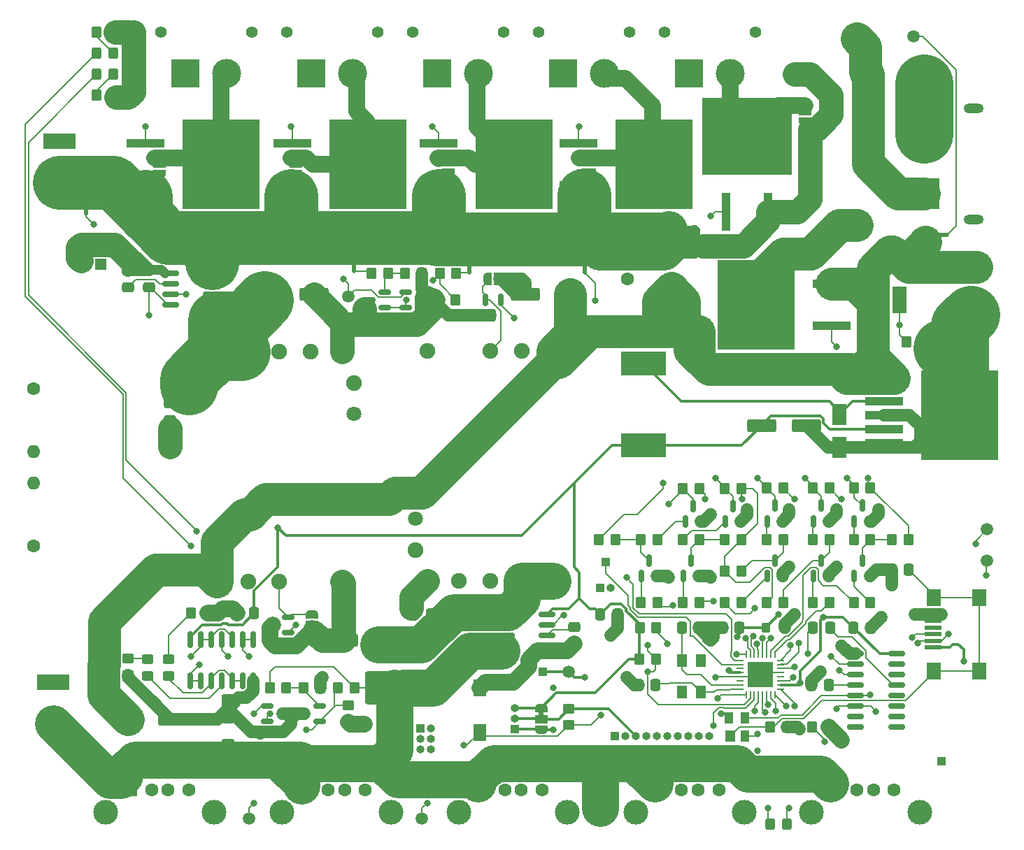
<source format=gbr>
%TF.GenerationSoftware,KiCad,Pcbnew,(6.0.0)*%
%TF.CreationDate,2022-03-04T10:43:38+00:00*%
%TF.ProjectId,ISOpower,49534f70-6f77-4657-922e-6b696361645f,rev?*%
%TF.SameCoordinates,Original*%
%TF.FileFunction,Copper,L1,Top*%
%TF.FilePolarity,Positive*%
%FSLAX46Y46*%
G04 Gerber Fmt 4.6, Leading zero omitted, Abs format (unit mm)*
G04 Created by KiCad (PCBNEW (6.0.0)) date 2022-03-04 10:43:38*
%MOMM*%
%LPD*%
G01*
G04 APERTURE LIST*
G04 Aperture macros list*
%AMRoundRect*
0 Rectangle with rounded corners*
0 $1 Rounding radius*
0 $2 $3 $4 $5 $6 $7 $8 $9 X,Y pos of 4 corners*
0 Add a 4 corners polygon primitive as box body*
4,1,4,$2,$3,$4,$5,$6,$7,$8,$9,$2,$3,0*
0 Add four circle primitives for the rounded corners*
1,1,$1+$1,$2,$3*
1,1,$1+$1,$4,$5*
1,1,$1+$1,$6,$7*
1,1,$1+$1,$8,$9*
0 Add four rect primitives between the rounded corners*
20,1,$1+$1,$2,$3,$4,$5,0*
20,1,$1+$1,$4,$5,$6,$7,0*
20,1,$1+$1,$6,$7,$8,$9,0*
20,1,$1+$1,$8,$9,$2,$3,0*%
%AMFreePoly0*
4,1,22,0.500000,-0.750000,0.000000,-0.750000,0.000000,-0.745033,-0.079941,-0.743568,-0.215256,-0.701293,-0.333266,-0.622738,-0.424486,-0.514219,-0.481581,-0.384460,-0.499164,-0.250000,-0.500000,-0.250000,-0.500000,0.250000,-0.499164,0.250000,-0.499963,0.256109,-0.478152,0.396186,-0.417904,0.524511,-0.324060,0.630769,-0.204165,0.706417,-0.067858,0.745374,0.000000,0.744959,0.000000,0.750000,
0.500000,0.750000,0.500000,-0.750000,0.500000,-0.750000,$1*%
%AMFreePoly1*
4,1,20,0.000000,0.744959,0.073905,0.744508,0.209726,0.703889,0.328688,0.626782,0.421226,0.519385,0.479903,0.390333,0.500000,0.250000,0.500000,-0.250000,0.499851,-0.262216,0.476331,-0.402017,0.414519,-0.529596,0.319384,-0.634700,0.198574,-0.708877,0.061801,-0.746166,0.000000,-0.745033,0.000000,-0.750000,-0.500000,-0.750000,-0.500000,0.750000,0.000000,0.750000,0.000000,0.744959,
0.000000,0.744959,$1*%
%AMFreePoly2*
4,1,15,-0.500000,1.880000,-0.490866,1.925922,-0.464853,1.964853,-0.425922,1.990866,-0.380000,2.000000,0.100000,2.000000,0.500000,1.600000,0.500000,-1.600000,0.100000,-2.000000,-0.380000,-2.000000,-0.425922,-1.990866,-0.464853,-1.964853,-0.490866,-1.925922,-0.500000,-1.880000,-0.500000,1.880000,-0.500000,1.880000,$1*%
%AMFreePoly3*
4,1,22,0.550000,-0.750000,0.000000,-0.750000,0.000000,-0.745033,-0.079941,-0.743568,-0.215256,-0.701293,-0.333266,-0.622738,-0.424486,-0.514219,-0.481581,-0.384460,-0.499164,-0.250000,-0.500000,-0.250000,-0.500000,0.250000,-0.499164,0.250000,-0.499963,0.256109,-0.478152,0.396186,-0.417904,0.524511,-0.324060,0.630769,-0.204165,0.706417,-0.067858,0.745374,0.000000,0.744959,0.000000,0.750000,
0.550000,0.750000,0.550000,-0.750000,0.550000,-0.750000,$1*%
%AMFreePoly4*
4,1,20,0.000000,0.744959,0.073905,0.744508,0.209726,0.703889,0.328688,0.626782,0.421226,0.519385,0.479903,0.390333,0.500000,0.250000,0.500000,-0.250000,0.499851,-0.262216,0.476331,-0.402017,0.414519,-0.529596,0.319384,-0.634700,0.198574,-0.708877,0.061801,-0.746166,0.000000,-0.745033,0.000000,-0.750000,-0.550000,-0.750000,-0.550000,0.750000,0.000000,0.750000,0.000000,0.744959,
0.000000,0.744959,$1*%
G04 Aperture macros list end*
%TA.AperFunction,SMDPad,CuDef*%
%ADD10R,1.800000X2.500000*%
%TD*%
%TA.AperFunction,ComponentPad*%
%ADD11R,1.600000X1.500000*%
%TD*%
%TA.AperFunction,ComponentPad*%
%ADD12C,1.600000*%
%TD*%
%TA.AperFunction,ComponentPad*%
%ADD13C,3.000000*%
%TD*%
%TA.AperFunction,SMDPad,CuDef*%
%ADD14C,1.500000*%
%TD*%
%TA.AperFunction,SMDPad,CuDef*%
%ADD15FreePoly0,90.000000*%
%TD*%
%TA.AperFunction,SMDPad,CuDef*%
%ADD16FreePoly1,90.000000*%
%TD*%
%TA.AperFunction,SMDPad,CuDef*%
%ADD17RoundRect,0.250000X-1.500000X-0.550000X1.500000X-0.550000X1.500000X0.550000X-1.500000X0.550000X0*%
%TD*%
%TA.AperFunction,SMDPad,CuDef*%
%ADD18R,4.600000X1.100000*%
%TD*%
%TA.AperFunction,SMDPad,CuDef*%
%ADD19R,9.400000X10.800000*%
%TD*%
%TA.AperFunction,ComponentPad*%
%ADD20C,1.400000*%
%TD*%
%TA.AperFunction,ComponentPad*%
%ADD21R,3.500000X3.500000*%
%TD*%
%TA.AperFunction,ComponentPad*%
%ADD22C,3.500000*%
%TD*%
%TA.AperFunction,SMDPad,CuDef*%
%ADD23C,0.500000*%
%TD*%
%TA.AperFunction,SMDPad,CuDef*%
%ADD24RoundRect,0.150000X0.150000X-0.587500X0.150000X0.587500X-0.150000X0.587500X-0.150000X-0.587500X0*%
%TD*%
%TA.AperFunction,SMDPad,CuDef*%
%ADD25RoundRect,0.062500X-0.375000X-0.062500X0.375000X-0.062500X0.375000X0.062500X-0.375000X0.062500X0*%
%TD*%
%TA.AperFunction,SMDPad,CuDef*%
%ADD26RoundRect,0.062500X-0.062500X-0.375000X0.062500X-0.375000X0.062500X0.375000X-0.062500X0.375000X0*%
%TD*%
%TA.AperFunction,SMDPad,CuDef*%
%ADD27R,3.100000X3.100000*%
%TD*%
%TA.AperFunction,SMDPad,CuDef*%
%ADD28RoundRect,0.250000X-0.350000X-0.450000X0.350000X-0.450000X0.350000X0.450000X-0.350000X0.450000X0*%
%TD*%
%TA.AperFunction,ComponentPad*%
%ADD29O,1.600000X1.600000*%
%TD*%
%TA.AperFunction,SMDPad,CuDef*%
%ADD30RoundRect,0.150000X0.150000X-0.825000X0.150000X0.825000X-0.150000X0.825000X-0.150000X-0.825000X0*%
%TD*%
%TA.AperFunction,ComponentPad*%
%ADD31R,1.000000X1.000000*%
%TD*%
%TA.AperFunction,ComponentPad*%
%ADD32O,1.000000X1.000000*%
%TD*%
%TA.AperFunction,SMDPad,CuDef*%
%ADD33RoundRect,0.250000X-0.475000X0.337500X-0.475000X-0.337500X0.475000X-0.337500X0.475000X0.337500X0*%
%TD*%
%TA.AperFunction,ComponentPad*%
%ADD34R,3.960000X1.980000*%
%TD*%
%TA.AperFunction,ComponentPad*%
%ADD35O,3.960000X1.980000*%
%TD*%
%TA.AperFunction,SMDPad,CuDef*%
%ADD36RoundRect,0.250000X-0.337500X-0.475000X0.337500X-0.475000X0.337500X0.475000X-0.337500X0.475000X0*%
%TD*%
%TA.AperFunction,SMDPad,CuDef*%
%ADD37RoundRect,0.250000X0.350000X0.450000X-0.350000X0.450000X-0.350000X-0.450000X0.350000X-0.450000X0*%
%TD*%
%TA.AperFunction,SMDPad,CuDef*%
%ADD38RoundRect,0.250000X1.500000X0.550000X-1.500000X0.550000X-1.500000X-0.550000X1.500000X-0.550000X0*%
%TD*%
%TA.AperFunction,SMDPad,CuDef*%
%ADD39RoundRect,0.250000X0.475000X-0.337500X0.475000X0.337500X-0.475000X0.337500X-0.475000X-0.337500X0*%
%TD*%
%TA.AperFunction,ComponentPad*%
%ADD40C,1.900000*%
%TD*%
%TA.AperFunction,ComponentPad*%
%ADD41C,2.500000*%
%TD*%
%TA.AperFunction,ComponentPad*%
%ADD42C,1.800000*%
%TD*%
%TA.AperFunction,SMDPad,CuDef*%
%ADD43RoundRect,0.250000X0.337500X0.475000X-0.337500X0.475000X-0.337500X-0.475000X0.337500X-0.475000X0*%
%TD*%
%TA.AperFunction,SMDPad,CuDef*%
%ADD44RoundRect,0.150000X-0.825000X-0.150000X0.825000X-0.150000X0.825000X0.150000X-0.825000X0.150000X0*%
%TD*%
%TA.AperFunction,SMDPad,CuDef*%
%ADD45RoundRect,0.250000X-0.450000X0.325000X-0.450000X-0.325000X0.450000X-0.325000X0.450000X0.325000X0*%
%TD*%
%TA.AperFunction,SMDPad,CuDef*%
%ADD46RoundRect,0.250000X0.325000X0.450000X-0.325000X0.450000X-0.325000X-0.450000X0.325000X-0.450000X0*%
%TD*%
%TA.AperFunction,SMDPad,CuDef*%
%ADD47R,1.600000X2.000000*%
%TD*%
%TA.AperFunction,SMDPad,CuDef*%
%ADD48R,1.300000X1.600000*%
%TD*%
%TA.AperFunction,SMDPad,CuDef*%
%ADD49RoundRect,0.250000X-0.275000X-0.350000X0.275000X-0.350000X0.275000X0.350000X-0.275000X0.350000X0*%
%TD*%
%TA.AperFunction,SMDPad,CuDef*%
%ADD50RoundRect,0.250000X-0.250000X-1.750000X0.250000X-1.750000X0.250000X1.750000X-0.250000X1.750000X0*%
%TD*%
%TA.AperFunction,SMDPad,CuDef*%
%ADD51FreePoly2,0.000000*%
%TD*%
%TA.AperFunction,SMDPad,CuDef*%
%ADD52RoundRect,0.250000X0.250000X1.750000X-0.250000X1.750000X-0.250000X-1.750000X0.250000X-1.750000X0*%
%TD*%
%TA.AperFunction,ComponentPad*%
%ADD53R,1.400000X1.400000*%
%TD*%
%TA.AperFunction,SMDPad,CuDef*%
%ADD54R,1.200000X1.400000*%
%TD*%
%TA.AperFunction,SMDPad,CuDef*%
%ADD55R,1.000000X1.400000*%
%TD*%
%TA.AperFunction,ComponentPad*%
%ADD56C,3.716000*%
%TD*%
%TA.AperFunction,ComponentPad*%
%ADD57R,3.716000X3.716000*%
%TD*%
%TA.AperFunction,ComponentPad*%
%ADD58O,2.400000X1.200000*%
%TD*%
%TA.AperFunction,SMDPad,CuDef*%
%ADD59FreePoly3,270.000000*%
%TD*%
%TA.AperFunction,SMDPad,CuDef*%
%ADD60R,1.500000X1.000000*%
%TD*%
%TA.AperFunction,SMDPad,CuDef*%
%ADD61FreePoly4,270.000000*%
%TD*%
%TA.AperFunction,SMDPad,CuDef*%
%ADD62R,1.100000X4.600000*%
%TD*%
%TA.AperFunction,SMDPad,CuDef*%
%ADD63R,10.800000X9.400000*%
%TD*%
%TA.AperFunction,SMDPad,CuDef*%
%ADD64RoundRect,0.250000X-0.450000X0.350000X-0.450000X-0.350000X0.450000X-0.350000X0.450000X0.350000X0*%
%TD*%
%TA.AperFunction,SMDPad,CuDef*%
%ADD65RoundRect,0.150000X0.825000X0.150000X-0.825000X0.150000X-0.825000X-0.150000X0.825000X-0.150000X0*%
%TD*%
%TA.AperFunction,SMDPad,CuDef*%
%ADD66RoundRect,0.150000X0.587500X0.150000X-0.587500X0.150000X-0.587500X-0.150000X0.587500X-0.150000X0*%
%TD*%
%TA.AperFunction,SMDPad,CuDef*%
%ADD67RoundRect,0.150000X-0.587500X-0.150000X0.587500X-0.150000X0.587500X0.150000X-0.587500X0.150000X0*%
%TD*%
%TA.AperFunction,SMDPad,CuDef*%
%ADD68FreePoly0,180.000000*%
%TD*%
%TA.AperFunction,SMDPad,CuDef*%
%ADD69FreePoly1,180.000000*%
%TD*%
%TA.AperFunction,SMDPad,CuDef*%
%ADD70RoundRect,0.150000X-0.150000X0.587500X-0.150000X-0.587500X0.150000X-0.587500X0.150000X0.587500X0*%
%TD*%
%TA.AperFunction,SMDPad,CuDef*%
%ADD71RoundRect,0.250000X0.550000X-1.500000X0.550000X1.500000X-0.550000X1.500000X-0.550000X-1.500000X0*%
%TD*%
%TA.AperFunction,SMDPad,CuDef*%
%ADD72R,2.000000X0.500000*%
%TD*%
%TA.AperFunction,SMDPad,CuDef*%
%ADD73R,1.700000X2.000000*%
%TD*%
%TA.AperFunction,SMDPad,CuDef*%
%ADD74R,5.400000X2.900000*%
%TD*%
%TA.AperFunction,SMDPad,CuDef*%
%ADD75R,1.700000X3.300000*%
%TD*%
%TA.AperFunction,ViaPad*%
%ADD76C,0.800000*%
%TD*%
%TA.AperFunction,Conductor*%
%ADD77C,0.200000*%
%TD*%
%TA.AperFunction,Conductor*%
%ADD78C,1.500000*%
%TD*%
%TA.AperFunction,Conductor*%
%ADD79C,2.000000*%
%TD*%
%TA.AperFunction,Conductor*%
%ADD80C,0.300000*%
%TD*%
%TA.AperFunction,Conductor*%
%ADD81C,4.000000*%
%TD*%
%TA.AperFunction,Conductor*%
%ADD82C,4.500000*%
%TD*%
%TA.AperFunction,Conductor*%
%ADD83C,7.000000*%
%TD*%
%TA.AperFunction,Conductor*%
%ADD84C,6.500000*%
%TD*%
%TA.AperFunction,Conductor*%
%ADD85C,3.000000*%
%TD*%
%TA.AperFunction,Conductor*%
%ADD86C,1.200000*%
%TD*%
G04 APERTURE END LIST*
%TO.C,N3*%
G36*
X126615000Y-71620000D02*
G01*
X126115000Y-71620000D01*
X126115000Y-70620000D01*
X126615000Y-70620000D01*
X126615000Y-71620000D01*
G37*
%TO.C,N7*%
G36*
X66290000Y-64500000D02*
G01*
X65790000Y-64500000D01*
X65790000Y-63500000D01*
X66290000Y-63500000D01*
X66290000Y-64500000D01*
G37*
%TO.C,N10*%
G36*
X112645000Y-71620000D02*
G01*
X112145000Y-71620000D01*
X112145000Y-70620000D01*
X112645000Y-70620000D01*
X112645000Y-71620000D01*
G37*
%TO.C,N9*%
G36*
X98675000Y-71485000D02*
G01*
X98175000Y-71485000D01*
X98175000Y-70485000D01*
X98675000Y-70485000D01*
X98675000Y-71485000D01*
G37*
%TO.C,N11*%
G36*
X139573000Y-69947600D02*
G01*
X138573000Y-69947600D01*
X138573000Y-65942400D01*
X139573000Y-65942400D01*
X139573000Y-69947600D01*
G37*
%TO.C,N8*%
G36*
X102997000Y-123952000D02*
G01*
X100346000Y-123952000D01*
X100346000Y-119946800D01*
X102997000Y-119946800D01*
X102997000Y-123952000D01*
G37*
%TO.C,JP1*%
G36*
X121399511Y-125309511D02*
G01*
X120799511Y-125309511D01*
X120799511Y-124809511D01*
X121399511Y-124809511D01*
X121399511Y-125309511D01*
G37*
%TO.C,N5*%
G36*
X170216957Y-67320679D02*
G01*
X169216957Y-67320679D01*
X169216957Y-66820679D01*
X170216957Y-66820679D01*
X170216957Y-67320679D01*
G37*
%TD*%
D10*
%TO.P,D3,1,K*%
%TO.N,Net-(D3-Pad1)*%
X157184511Y-88805000D03*
%TO.P,D3,2,A*%
%TO.N,GNDPWR*%
X157184511Y-92805000D03*
%TD*%
D11*
%TO.P,J12,1,VBUS*%
%TO.N,5V_BUS*%
X135599511Y-134319511D03*
D12*
%TO.P,J12,2,D-*%
%TO.N,unconnected-(J12-Pad2)*%
X138099511Y-134319511D03*
%TO.P,J12,3,D+*%
%TO.N,unconnected-(J12-Pad3)*%
X140099511Y-134319511D03*
%TO.P,J12,4,GND*%
%TO.N,GNDPWR*%
X142599511Y-134319511D03*
D13*
%TO.P,J12,5,Shield*%
X145669511Y-137029511D03*
X132529511Y-137029511D03*
%TD*%
D14*
%TO.P,TP2,1,1*%
%TO.N,Net-(N5-Pad1)*%
X166184511Y-43049511D03*
%TD*%
D15*
%TO.P,JP6,1,A*%
%TO.N,12V_BUS*%
X109855000Y-59578000D03*
D16*
%TO.P,JP6,2,B*%
%TO.N,/Power Outputs/12V_OP_2*%
X109855000Y-58278000D03*
%TD*%
D17*
%TO.P,C14,1*%
%TO.N,/Power Distribution/12V_I_SENSE_IP*%
X88005000Y-74295000D03*
%TO.P,C14,2*%
%TO.N,GNDPWR*%
X93605000Y-74295000D03*
%TD*%
D18*
%TO.P,Q4,1,G*%
%TO.N,/Power Outputs/5v to 12v logic conversion_v2/0_OUT*%
X73219511Y-55984511D03*
D19*
%TO.P,Q4,2,D*%
%TO.N,/Power Outputs/12V_OP_0*%
X82369511Y-58524511D03*
D18*
%TO.P,Q4,3,S*%
%TO.N,12V_BUS*%
X73219511Y-61064511D03*
%TD*%
D20*
%TO.P,J15,*%
%TO.N,*%
X90284511Y-42545000D03*
X101284511Y-42545000D03*
D21*
%TO.P,J15,1,V-*%
%TO.N,GNDPWR*%
X93284511Y-47545000D03*
D22*
%TO.P,J15,2,V+*%
%TO.N,/Power Outputs/12V_OP_1*%
X98284511Y-47545000D03*
%TD*%
D23*
%TO.P,N3,1,A*%
%TO.N,HV*%
X126365000Y-71620000D03*
%TO.P,N3,2,C*%
%TO.N,12V_BUS*%
X126365000Y-70620000D03*
%TD*%
D24*
%TO.P,Q13,1,B*%
%TO.N,Net-(Q13-Pad1)*%
X143374511Y-101777011D03*
%TO.P,Q13,2,E*%
%TO.N,GND*%
X145274511Y-101777011D03*
%TO.P,Q13,3,C*%
%TO.N,/Power Outputs/5v to 12v logic conversion_v2/1_OUT*%
X144324511Y-99902011D03*
%TD*%
D25*
%TO.P,U3,1,PD3*%
%TO.N,/BUS_B_DISABLE*%
X145222011Y-118604511D03*
%TO.P,U3,2,PD4*%
%TO.N,/AtMega328p/CH_C*%
X145222011Y-119104511D03*
%TO.P,U3,3,PE0*%
%TO.N,unconnected-(U3-Pad3)*%
X145222011Y-119604511D03*
%TO.P,U3,4,VCC*%
%TO.N,/AtMega328p/MCU_5V_BUS*%
X145222011Y-120104511D03*
%TO.P,U3,5,GND*%
%TO.N,GND*%
X145222011Y-120604511D03*
%TO.P,U3,6,PE1*%
%TO.N,unconnected-(U3-Pad6)*%
X145222011Y-121104511D03*
%TO.P,U3,7,XTAL1/PB6*%
%TO.N,Net-(C7-Pad1)*%
X145222011Y-121604511D03*
%TO.P,U3,8,XTAL2/PB7*%
%TO.N,Net-(C8-Pad1)*%
X145222011Y-122104511D03*
D26*
%TO.P,U3,9,PD5*%
%TO.N,/5V_BUS_MONITOR*%
X145909511Y-122792011D03*
%TO.P,U3,10,PD6*%
%TO.N,/12V_BUS_MONITOR*%
X146409511Y-122792011D03*
%TO.P,U3,11,PD7*%
%TO.N,Net-(D2-Pad2)*%
X146909511Y-122792011D03*
%TO.P,U3,12,PB0*%
%TO.N,/AtMega328p/SSERIAL_TX*%
X147409511Y-122792011D03*
%TO.P,U3,13,PB1*%
%TO.N,/AtMega328p/SSERIAL_RX*%
X147909511Y-122792011D03*
%TO.P,U3,14,PB2*%
%TO.N,/AtMega328p/CH_F*%
X148409511Y-122792011D03*
%TO.P,U3,15,PB3*%
%TO.N,Net-(J8-Pad4)*%
X148909511Y-122792011D03*
%TO.P,U3,16,PB4*%
%TO.N,Net-(J8-Pad1)*%
X149409511Y-122792011D03*
D25*
%TO.P,U3,17,PB5*%
%TO.N,Net-(J8-Pad3)*%
X150097011Y-122104511D03*
%TO.P,U3,18,AVCC*%
%TO.N,/AtMega328p/MCU_5V_BUS*%
X150097011Y-121604511D03*
%TO.P,U3,19,PE2*%
%TO.N,/BUS_I_SENSE_B*%
X150097011Y-121104511D03*
%TO.P,U3,20,AREF*%
%TO.N,unconnected-(U3-Pad20)*%
X150097011Y-120604511D03*
%TO.P,U3,21,GND*%
%TO.N,GND*%
X150097011Y-120104511D03*
%TO.P,U3,22,PE3*%
%TO.N,/BUS_I_SENSE_A*%
X150097011Y-119604511D03*
%TO.P,U3,23,PC0*%
%TO.N,/AtMega328p/CH_G*%
X150097011Y-119104511D03*
%TO.P,U3,24,PC1*%
%TO.N,/AtMega328p/CH_H*%
X150097011Y-118604511D03*
D26*
%TO.P,U3,25,PC2*%
%TO.N,/AtMega328p/CH_I*%
X149409511Y-117917011D03*
%TO.P,U3,26,PC3*%
%TO.N,/AtMega328p/CH_J*%
X148909511Y-117917011D03*
%TO.P,U3,27,PC4*%
%TO.N,/AtMega328p/ADC4*%
X148409511Y-117917011D03*
%TO.P,U3,28,PC5*%
%TO.N,/AtMega328p/ADC5*%
X147909511Y-117917011D03*
%TO.P,U3,29,~{RESET}/PC6*%
%TO.N,/AtMega328p/USB MCU CH340 Interface A/DTR_A*%
X147409511Y-117917011D03*
%TO.P,U3,30,PD0*%
%TO.N,/AtMega328p/USB MCU CH340 Interface A/RxD_A*%
X146909511Y-117917011D03*
%TO.P,U3,31,PD1*%
%TO.N,/AtMega328p/USB MCU CH340 Interface A/TxD_A*%
X146409511Y-117917011D03*
%TO.P,U3,32,PD2*%
%TO.N,/BUS_A_DISABLE*%
X145909511Y-117917011D03*
D27*
%TO.P,U3,33,GND*%
%TO.N,GND*%
X147659511Y-120354511D03*
%TD*%
D18*
%TO.P,Q5,1,G*%
%TO.N,/Power Outputs/5v to 12v logic conversion_v2/1_OUT*%
X90999511Y-55984511D03*
D19*
%TO.P,Q5,2,D*%
%TO.N,/Power Outputs/12V_OP_1*%
X100149511Y-58524511D03*
D18*
%TO.P,Q5,3,S*%
%TO.N,12V_BUS*%
X90999511Y-61064511D03*
%TD*%
D28*
%TO.P,R15,1*%
%TO.N,Net-(Q9-Pad3)*%
X133164511Y-103989511D03*
%TO.P,R15,2*%
%TO.N,Net-(Q12-Pad1)*%
X135164511Y-103989511D03*
%TD*%
D12*
%TO.P,R7,1*%
%TO.N,Net-(R7-Pad1)*%
X59690000Y-85725000D03*
D29*
%TO.P,R7,2*%
%TO.N,GNDPWR*%
X59690000Y-93345000D03*
%TD*%
D30*
%TO.P,U19,1*%
%TO.N,/5V_BUS_MONITOR*%
X78619511Y-121089511D03*
%TO.P,U19,2*%
X79889511Y-121089511D03*
%TO.P,U19,3*%
%TO.N,Net-(D5-Pad2)*%
X81159511Y-121089511D03*
%TO.P,U19,4*%
%TO.N,Net-(D7-Pad2)*%
X82429511Y-121089511D03*
%TO.P,U19,5*%
%TO.N,Net-(D5-Pad2)*%
X83699511Y-121089511D03*
%TO.P,U19,6*%
X84969511Y-121089511D03*
%TO.P,U19,7,GND*%
%TO.N,GNDPWR*%
X86239511Y-121089511D03*
%TO.P,U19,8*%
%TO.N,/12V_BUS_MONITOR*%
X86239511Y-116139511D03*
%TO.P,U19,9*%
X84969511Y-116139511D03*
%TO.P,U19,10*%
%TO.N,Net-(D6-Pad2)*%
X83699511Y-116139511D03*
%TO.P,U19,11*%
%TO.N,Net-(D8-Pad2)*%
X82429511Y-116139511D03*
%TO.P,U19,12*%
%TO.N,Net-(D6-Pad2)*%
X81159511Y-116139511D03*
%TO.P,U19,13*%
X79889511Y-116139511D03*
%TO.P,U19,14,VCC*%
%TO.N,MCU_5V*%
X78619511Y-116139511D03*
%TD*%
D15*
%TO.P,JP3,1,A*%
%TO.N,GNDPWR*%
X93345000Y-114330000D03*
D16*
%TO.P,JP3,2,B*%
%TO.N,Net-(JP3-Pad2)*%
X93345000Y-113030000D03*
%TD*%
D31*
%TO.P,J8,1,MISO*%
%TO.N,Net-(J8-Pad1)*%
X106494511Y-126869511D03*
D32*
%TO.P,J8,2,VCC*%
%TO.N,/AtMega328p/MCU_5V_BUS*%
X107764511Y-126869511D03*
%TO.P,J8,3,SCK*%
%TO.N,Net-(J8-Pad3)*%
X106494511Y-128139511D03*
%TO.P,J8,4,MOSI*%
%TO.N,Net-(J8-Pad4)*%
X107764511Y-128139511D03*
%TO.P,J8,5,~{RST}*%
%TO.N,/AtMega328p/USB MCU CH340 Interface A/DTR_A*%
X106494511Y-129409511D03*
%TO.P,J8,6,GND*%
%TO.N,GNDPWR*%
X107764511Y-129409511D03*
%TD*%
D31*
%TO.P,J25,1,Pin_1*%
%TO.N,/AtMega328p/ADC5*%
X128270000Y-109855000D03*
D32*
%TO.P,J25,2,Pin_2*%
%TO.N,/AtMega328p/ADC4*%
X129540000Y-109855000D03*
%TD*%
D33*
%TO.P,C12,1*%
%TO.N,/Power Distribution/12V_I_SENSE_IP*%
X76200000Y-87460000D03*
%TO.P,C12,2*%
%TO.N,GNDPWR*%
X76200000Y-89535000D03*
%TD*%
D18*
%TO.P,U10,1,VIN*%
%TO.N,24V_BUS*%
X162634511Y-85500000D03*
%TO.P,U10,2,OUT*%
%TO.N,Net-(D3-Pad1)*%
X162634511Y-87200000D03*
%TO.P,U10,3,GND*%
%TO.N,GNDPWR*%
X162634511Y-88900000D03*
D19*
X171784511Y-88900000D03*
D18*
%TO.P,U10,4,FB*%
%TO.N,MCU_5V*%
X162634511Y-90600000D03*
%TO.P,U10,5,~{ON}/OFF*%
%TO.N,GNDPWR*%
X162634511Y-92300000D03*
%TD*%
D34*
%TO.P,J21,1,Pin_1*%
%TO.N,GNDPWR*%
X173804511Y-75989511D03*
D35*
%TO.P,J21,2,Pin_2*%
%TO.N,24V_BUS*%
X173804511Y-70989511D03*
%TD*%
D28*
%TO.P,R28,1*%
%TO.N,MCU_5V*%
X133023088Y-118449511D03*
%TO.P,R28,2*%
%TO.N,/12V_BUS_MONITOR*%
X135023088Y-118449511D03*
%TD*%
D24*
%TO.P,Q10,1,B*%
%TO.N,Net-(Q10-Pad1)*%
X138294511Y-108404511D03*
%TO.P,Q10,2,E*%
%TO.N,GND*%
X140194511Y-108404511D03*
%TO.P,Q10,3,C*%
%TO.N,Net-(Q10-Pad3)*%
X139244511Y-106529511D03*
%TD*%
D23*
%TO.P,N7,1,A*%
%TO.N,Net-(M1-Pad1)*%
X66040000Y-64500000D03*
%TO.P,N7,2,C*%
%TO.N,12V_BUS*%
X66040000Y-63500000D03*
%TD*%
D36*
%TO.P,C25,1*%
%TO.N,GND*%
X163524290Y-107654511D03*
%TO.P,C25,2*%
%TO.N,Net-(C25-Pad2)*%
X165599290Y-107654511D03*
%TD*%
D37*
%TO.P,R3a1,1*%
%TO.N,Net-(N10-Pad2)*%
X110842141Y-71755000D03*
%TO.P,R3a1,2*%
%TO.N,Net-(R3a1-Pad2)*%
X108842141Y-71755000D03*
%TD*%
D18*
%TO.P,Q1,1,G*%
%TO.N,Net-(D1-Pad2)*%
X156270000Y-78105000D03*
D19*
%TO.P,Q1,2,D*%
%TO.N,/24V_1*%
X147120000Y-75565000D03*
D18*
%TO.P,Q1,3,S*%
%TO.N,24V_BUS*%
X156270000Y-73025000D03*
%TD*%
D38*
%TO.P,C10,1*%
%TO.N,24V_BUS*%
X124620000Y-74295000D03*
%TO.P,C10,2*%
%TO.N,GNDPWR*%
X119220000Y-74295000D03*
%TD*%
D39*
%TO.P,C18,1*%
%TO.N,Net-(C18-Pad1)*%
X71120000Y-73427500D03*
%TO.P,C18,2*%
%TO.N,GNDPWR*%
X71120000Y-71352500D03*
%TD*%
D40*
%TO.P,U5,1,Vin(+)*%
%TO.N,24V_BUS*%
X81824511Y-109089511D03*
%TO.P,U5,2,On/Off*%
%TO.N,Net-(JP3-Pad2)*%
X89424511Y-109089511D03*
%TO.P,U5,3,Vin(-)*%
%TO.N,GNDPWR*%
X97024511Y-109089511D03*
D41*
%TO.P,U5,4,Vout(-)*%
X97024511Y-81189511D03*
D40*
%TO.P,U5,5,PWR_OK*%
%TO.N,unconnected-(U5-Pad5)*%
X93224511Y-81189511D03*
%TO.P,U5,6,Trim*%
%TO.N,Net-(R7-Pad1)*%
X89424511Y-81189511D03*
%TO.P,U5,7,Sense(+)*%
%TO.N,/Power Distribution/12V_I_SENSE_IP*%
X85624511Y-81189511D03*
D41*
%TO.P,U5,8,Vout(+)*%
X81824511Y-81189511D03*
D42*
%TO.P,U5,32,Sync*%
%TO.N,unconnected-(U5-Pad32)*%
X98424511Y-88789511D03*
D40*
%TO.P,U5,33,MS*%
%TO.N,unconnected-(U5-Pad33)*%
X98424511Y-84989511D03*
%TO.P,U5,34,SEQ*%
%TO.N,unconnected-(U5-Pad34)*%
X85624511Y-109089511D03*
%TD*%
D37*
%TO.P,R23,1*%
%TO.N,Net-(Q15-Pad3)*%
X150404511Y-111629511D03*
%TO.P,R23,2*%
%TO.N,HV*%
X148404511Y-111629511D03*
%TD*%
D28*
%TO.P,R1,1*%
%TO.N,Net-(D1-Pad2)*%
X165370000Y-80010000D03*
%TO.P,R1,2*%
%TO.N,GNDPWR*%
X167370000Y-80010000D03*
%TD*%
D20*
%TO.P,J14,*%
%TO.N,*%
X75044511Y-42545000D03*
X86044511Y-42545000D03*
D21*
%TO.P,J14,1,V-*%
%TO.N,GNDPWR*%
X78044511Y-47545000D03*
D22*
%TO.P,J14,2,V+*%
%TO.N,/Power Outputs/12V_OP_0*%
X83044511Y-47545000D03*
%TD*%
D20*
%TO.P,J18,*%
%TO.N,*%
X147004511Y-42545000D03*
X136004511Y-42545000D03*
D21*
%TO.P,J18,1,V-*%
%TO.N,GNDPWR*%
X139004511Y-47545000D03*
D22*
%TO.P,J18,2,V+*%
%TO.N,/Power Outputs/12V_OP_4*%
X144004511Y-47545000D03*
%TD*%
D43*
%TO.P,C4,1*%
%TO.N,/AtMega328p/MCU_5V_BUS*%
X145119511Y-114639511D03*
%TO.P,C4,2*%
%TO.N,GND*%
X143044511Y-114639511D03*
%TD*%
D23*
%TO.P,N10,1,A*%
%TO.N,12V_BUS*%
X112395000Y-70620000D03*
%TO.P,N10,2,C*%
%TO.N,Net-(N10-Pad2)*%
X112395000Y-71620000D03*
%TD*%
D44*
%TO.P,U6,1,IP+*%
%TO.N,/Power Distribution/5V_I_SENSE_IP*%
X116905000Y-113030000D03*
%TO.P,U6,2,IP+*%
X116905000Y-114300000D03*
%TO.P,U6,3,IP-*%
%TO.N,5V_BUS*%
X116905000Y-115570000D03*
%TO.P,U6,4,IP-*%
X116905000Y-116840000D03*
%TO.P,U6,5,GND*%
%TO.N,GNDPWR*%
X121855000Y-116840000D03*
%TO.P,U6,6,FILTER*%
%TO.N,Net-(C17-Pad1)*%
X121855000Y-115570000D03*
%TO.P,U6,7,VIOUT*%
%TO.N,/BUS_I_SENSE_B*%
X121855000Y-114300000D03*
%TO.P,U6,8,VCC*%
%TO.N,MCU_5V*%
X121855000Y-113030000D03*
%TD*%
D28*
%TO.P,R1a1,1*%
%TO.N,Net-(N9-Pad2)*%
X100587141Y-71755000D03*
%TO.P,R1a1,2*%
%TO.N,Net-(R1a1-Pad2)*%
X102587141Y-71755000D03*
%TD*%
D45*
%TO.P,D5,1,K*%
%TO.N,Net-(D5-Pad1)*%
X76014511Y-118469511D03*
%TO.P,D5,2,A*%
%TO.N,Net-(D5-Pad2)*%
X76014511Y-120519511D03*
%TD*%
D46*
%TO.P,D2,1,K*%
%TO.N,Net-(D2-Pad1)*%
X150885000Y-138430000D03*
%TO.P,D2,2,A*%
%TO.N,Net-(D2-Pad2)*%
X148835000Y-138430000D03*
%TD*%
D47*
%TO.P,SW1,1,1*%
%TO.N,/AtMega328p/USB MCU CH340 Interface A/DTR_A*%
X113665000Y-127320000D03*
%TO.P,SW1,2,2*%
%TO.N,GNDPWR*%
X113665000Y-121920000D03*
%TD*%
D37*
%TO.P,R3b1,1*%
%TO.N,Net-(N8-Pad2)*%
X98520000Y-121920000D03*
%TO.P,R3b1,2*%
%TO.N,Net-(R3b1-Pad2)*%
X96520000Y-121920000D03*
%TD*%
D31*
%TO.P,J24,1,Pin_1*%
%TO.N,/AtMega328p/CH_C*%
X128905000Y-106680000D03*
%TD*%
D34*
%TO.P,J22,1,Pin_1*%
%TO.N,GNDPWR*%
X62804511Y-55749511D03*
D35*
%TO.P,J22,2,Pin_2*%
%TO.N,12V_BUS*%
X62804511Y-60749511D03*
%TD*%
D14*
%TO.P,TP7,1,1*%
%TO.N,Net-(D4-Pad2)*%
X175074511Y-106549511D03*
%TD*%
%TO.P,TP4,1,1*%
%TO.N,/Power Outputs/MID_PWR*%
X151765000Y-47625000D03*
%TD*%
D48*
%TO.P,Y1,1,1*%
%TO.N,Net-(C7-Pad1)*%
X138134511Y-118619511D03*
%TO.P,Y1,2,2*%
%TO.N,unconnected-(Y1-Pad2)*%
X138134511Y-122419511D03*
%TO.P,Y1,3,3*%
%TO.N,Net-(C8-Pad1)*%
X140434511Y-122419511D03*
%TO.P,Y1,4,4*%
%TO.N,unconnected-(Y1-Pad4)*%
X140434511Y-118619511D03*
%TD*%
D49*
%TO.P,L1,1,1*%
%TO.N,/AtMega328p/MCU_5V_BUS*%
X148294511Y-114639511D03*
%TO.P,L1,2,2*%
%TO.N,GND*%
X150594511Y-114639511D03*
%TD*%
D11*
%TO.P,J13,1,VBUS*%
%TO.N,5V_BUS*%
X156849506Y-134319511D03*
D12*
%TO.P,J13,2,D-*%
%TO.N,unconnected-(J13-Pad2)*%
X159349506Y-134319511D03*
%TO.P,J13,3,D+*%
%TO.N,unconnected-(J13-Pad3)*%
X161349506Y-134319511D03*
%TO.P,J13,4,GND*%
%TO.N,GNDPWR*%
X163849506Y-134319511D03*
D13*
%TO.P,J13,5,Shield*%
X153779506Y-137029511D03*
X166919506Y-137029511D03*
%TD*%
D28*
%TO.P,R1b1,1*%
%TO.N,Net-(N8-Pad2)*%
X88265000Y-121920000D03*
%TO.P,R1b1,2*%
%TO.N,Net-(R1b1-Pad2)*%
X90265000Y-121920000D03*
%TD*%
D17*
%TO.P,C9,1*%
%TO.N,24V_BUS*%
X71120000Y-125730000D03*
%TO.P,C9,2*%
%TO.N,GNDPWR*%
X76520000Y-125730000D03*
%TD*%
D28*
%TO.P,R8,1*%
%TO.N,Net-(C25-Pad2)*%
X148834511Y-126704511D03*
%TO.P,R8,2*%
%TO.N,GND*%
X150834511Y-126704511D03*
%TD*%
D46*
%TO.P,D6,1,K*%
%TO.N,Net-(D6-Pad1)*%
X69360000Y-45085000D03*
%TO.P,D6,2,A*%
%TO.N,Net-(D6-Pad2)*%
X67310000Y-45085000D03*
%TD*%
D14*
%TO.P,TP10,1,1*%
%TO.N,/5V_BUS_MONITOR*%
X85725000Y-137795000D03*
%TD*%
D23*
%TO.P,N9,1,A*%
%TO.N,12V_BUS*%
X98425000Y-70485000D03*
%TO.P,N9,2,C*%
%TO.N,Net-(N9-Pad2)*%
X98425000Y-71485000D03*
%TD*%
D17*
%TO.P,C20,1*%
%TO.N,MCU_5V*%
X147795000Y-90170000D03*
%TO.P,C20,2*%
%TO.N,GNDPWR*%
X153195000Y-90170000D03*
%TD*%
D37*
%TO.P,R21,1*%
%TO.N,/AtMega328p/CH_I*%
X155987697Y-111629511D03*
%TO.P,R21,2*%
%TO.N,Net-(Q15-Pad1)*%
X153987697Y-111629511D03*
%TD*%
D45*
%TO.P,D7,1,K*%
%TO.N,Net-(D7-Pad1)*%
X73474511Y-118469511D03*
%TO.P,D7,2,A*%
%TO.N,Net-(D7-Pad2)*%
X73474511Y-120519511D03*
%TD*%
D24*
%TO.P,Q14,1,B*%
%TO.N,Net-(Q14-Pad1)*%
X148454511Y-101752011D03*
%TO.P,Q14,2,E*%
%TO.N,GND*%
X150354511Y-101752011D03*
%TO.P,Q14,3,C*%
%TO.N,/Power Outputs/5v to 12v logic conversion_v2/2_OUT*%
X149404511Y-99877011D03*
%TD*%
D50*
%TO.P,N11,1,A*%
%TO.N,12V_BUS*%
X138303000Y-67945000D03*
D51*
%TO.P,N11,2,C*%
%TO.N,/Power Outputs/MID_PWR*%
X139827000Y-67945000D03*
%TD*%
D36*
%TO.P,C15,1*%
%TO.N,MCU_5V*%
X128270000Y-113030000D03*
%TO.P,C15,2*%
%TO.N,GND*%
X130345000Y-113030000D03*
%TD*%
D28*
%TO.P,R19,1*%
%TO.N,/Power Outputs/5v to 12v logic conversion_v2/1_OUT*%
X143324511Y-97770000D03*
%TO.P,R19,2*%
%TO.N,HV*%
X145324511Y-97770000D03*
%TD*%
D37*
%TO.P,R13,1*%
%TO.N,Net-(Q11-Pad3)*%
X145324511Y-107819511D03*
%TO.P,R13,2*%
%TO.N,HV*%
X143324511Y-107819511D03*
%TD*%
D40*
%TO.P,U4,1,Vin(+)*%
%TO.N,24V_BUS*%
X122524511Y-81119511D03*
%TO.P,U4,2,On/Off*%
%TO.N,Net-(JP2-Pad2)*%
X114924511Y-81119511D03*
%TO.P,U4,3,Vin(-)*%
%TO.N,GNDPWR*%
X107324511Y-81119511D03*
D41*
%TO.P,U4,4,Vout(-)*%
X107324511Y-109019511D03*
D40*
%TO.P,U4,5,PWR_OK*%
%TO.N,unconnected-(U4-Pad5)*%
X111124511Y-109019511D03*
%TO.P,U4,6,Trim*%
%TO.N,Net-(R6-Pad1)*%
X114924511Y-109019511D03*
%TO.P,U4,7,Sense(+)*%
%TO.N,/Power Distribution/5V_I_SENSE_IP*%
X118724511Y-109019511D03*
D41*
%TO.P,U4,8,Vout(+)*%
X122524511Y-109019511D03*
D42*
%TO.P,U4,32,Sync*%
%TO.N,unconnected-(U4-Pad32)*%
X105924511Y-101419511D03*
D40*
%TO.P,U4,33,MS*%
%TO.N,unconnected-(U4-Pad33)*%
X105924511Y-105219511D03*
%TO.P,U4,34,SEQ*%
%TO.N,unconnected-(U4-Pad34)*%
X118724511Y-81119511D03*
%TD*%
D14*
%TO.P,TP3,1,1*%
%TO.N,/3V3_BUS*%
X124460000Y-120015000D03*
%TD*%
D37*
%TO.P,R36,1*%
%TO.N,Net-(Q15-Pad3)*%
X155987697Y-104009511D03*
%TO.P,R36,2*%
%TO.N,Net-(Q17-Pad1)*%
X153987697Y-104009511D03*
%TD*%
D52*
%TO.P,N8,1,A*%
%TO.N,5V_BUS*%
X103378000Y-121920000D03*
%TO.P,N8,2,C*%
%TO.N,Net-(N8-Pad2)*%
X100330000Y-121920000D03*
%TD*%
D28*
%TO.P,R27,1*%
%TO.N,MCU_5V*%
X133054511Y-114639511D03*
%TO.P,R27,2*%
%TO.N,/5V_BUS_MONITOR*%
X135054511Y-114639511D03*
%TD*%
D24*
%TO.P,Q12,1,B*%
%TO.N,Net-(Q12-Pad1)*%
X138564511Y-101777011D03*
%TO.P,Q12,2,E*%
%TO.N,GND*%
X140464511Y-101777011D03*
%TO.P,Q12,3,C*%
%TO.N,/Power Outputs/5v to 12v logic conversion_v2/0_OUT*%
X139514511Y-99902011D03*
%TD*%
D43*
%TO.P,C8,1*%
%TO.N,Net-(C8-Pad1)*%
X134959511Y-121624511D03*
%TO.P,C8,2*%
%TO.N,GND*%
X132884511Y-121624511D03*
%TD*%
D12*
%TO.P,C19,1*%
%TO.N,24V_BUS*%
X136525000Y-72390000D03*
%TO.P,C19,2*%
%TO.N,GNDPWR*%
X131525000Y-72390000D03*
%TD*%
D53*
%TO.P,M1,1,+*%
%TO.N,Net-(M1-Pad1)*%
X67809511Y-70629511D03*
D20*
%TO.P,M1,2,-*%
%TO.N,GNDPWR*%
X65809511Y-70629511D03*
%TD*%
D14*
%TO.P,TP1,1,1*%
%TO.N,GNDPWR*%
X167640000Y-48260000D03*
%TD*%
D11*
%TO.P,J10,1,VBUS*%
%TO.N,5V_BUS*%
X92834511Y-134319511D03*
D12*
%TO.P,J10,2,D-*%
%TO.N,unconnected-(J10-Pad2)*%
X95334511Y-134319511D03*
%TO.P,J10,3,D+*%
%TO.N,unconnected-(J10-Pad3)*%
X97334511Y-134319511D03*
%TO.P,J10,4,GND*%
%TO.N,GNDPWR*%
X99834511Y-134319511D03*
D13*
%TO.P,J10,5,Shield*%
X102904511Y-137029511D03*
X89764511Y-137029511D03*
%TD*%
D18*
%TO.P,Q6,1,G*%
%TO.N,/Power Outputs/5v to 12v logic conversion_v2/2_OUT*%
X108664511Y-55984511D03*
D19*
%TO.P,Q6,2,D*%
%TO.N,/Power Outputs/12V_OP_2*%
X117814511Y-58524511D03*
D18*
%TO.P,Q6,3,S*%
%TO.N,12V_BUS*%
X108664511Y-61064511D03*
%TD*%
D54*
%TO.P,D4,1,GND*%
%TO.N,Net-(C25-Pad2)*%
X144029511Y-127804511D03*
D55*
%TO.P,D4,2,I/O1*%
%TO.N,Net-(D4-Pad2)*%
X145749511Y-127804511D03*
%TO.P,D4,3,I/O2*%
%TO.N,Net-(D4-Pad3)*%
X145749511Y-125604511D03*
%TO.P,D4,4,VCC*%
%TO.N,/AtMega328p/MCU_5V_BUS*%
X143849511Y-125604511D03*
%TD*%
D31*
%TO.P,J6,1,Pin_1*%
%TO.N,/USB_PBUS*%
X117924511Y-126954511D03*
D32*
%TO.P,J6,2,Pin_2*%
%TO.N,/AtMega328p/MCU_5V_BUS*%
X117924511Y-125684511D03*
%TO.P,J6,3,Pin_3*%
%TO.N,MCU_5V*%
X117924511Y-124414511D03*
%TD*%
D15*
%TO.P,JP4,1,A*%
%TO.N,12V_BUS*%
X74915000Y-59705000D03*
D16*
%TO.P,JP4,2,B*%
%TO.N,/Power Outputs/12V_OP_0*%
X74915000Y-58405000D03*
%TD*%
D12*
%TO.P,R6,1*%
%TO.N,Net-(R6-Pad1)*%
X59690000Y-104775000D03*
D29*
%TO.P,R6,2*%
%TO.N,GNDPWR*%
X59690000Y-97155000D03*
%TD*%
D56*
%TO.P,J1,1,V-*%
%TO.N,GNDPWR*%
X167454511Y-54899511D03*
D57*
%TO.P,J1,2,V+*%
%TO.N,/24V_0*%
X167454511Y-62099511D03*
D58*
%TO.P,J1,S1*%
%TO.N,N/C*%
X173454511Y-65249511D03*
%TO.P,J1,S2*%
X173454511Y-51749511D03*
%TD*%
D28*
%TO.P,R31,1*%
%TO.N,Net-(D5-Pad1)*%
X78714511Y-112899511D03*
%TO.P,R31,2*%
%TO.N,GNDPWR*%
X80714511Y-112899511D03*
%TD*%
D31*
%TO.P,J26,1,Pin_1*%
%TO.N,/USB_PBUS*%
X169545000Y-130810000D03*
%TD*%
D28*
%TO.P,R12,1*%
%TO.N,Net-(Q10-Pad3)*%
X143324511Y-104009511D03*
%TO.P,R12,2*%
%TO.N,HV*%
X145324511Y-104009511D03*
%TD*%
D59*
%TO.P,JP1,1,A*%
%TO.N,MCU_5V*%
X121099511Y-124409511D03*
D60*
%TO.P,JP1,2,C*%
%TO.N,/AtMega328p/MCU_5V_BUS*%
X121099511Y-125709511D03*
D61*
%TO.P,JP1,3,B*%
%TO.N,/USB_PBUS*%
X121099511Y-127009511D03*
%TD*%
D37*
%TO.P,R4a1,1*%
%TO.N,Net-(R3a1-Pad2)*%
X110747141Y-74930000D03*
%TO.P,R4a1,2*%
%TO.N,GNDPWR*%
X108747141Y-74930000D03*
%TD*%
D43*
%TO.P,C24,1*%
%TO.N,Net-(C24-Pad1)*%
X155914511Y-121624511D03*
%TO.P,C24,2*%
%TO.N,GND*%
X153839511Y-121624511D03*
%TD*%
D20*
%TO.P,J17,*%
%TO.N,*%
X120764511Y-42545000D03*
X131764511Y-42545000D03*
D21*
%TO.P,J17,1,V-*%
%TO.N,GNDPWR*%
X123764511Y-47545000D03*
D22*
%TO.P,J17,2,V+*%
%TO.N,/Power Outputs/12V_OP_3*%
X128764511Y-47545000D03*
%TD*%
D37*
%TO.P,R17,1*%
%TO.N,Net-(Q11-Pad3)*%
X150404511Y-104009511D03*
%TO.P,R17,2*%
%TO.N,Net-(Q14-Pad1)*%
X148404511Y-104009511D03*
%TD*%
D36*
%TO.P,C23,1*%
%TO.N,/AtMega328p/MCU_5V_BUS*%
X158919511Y-114639511D03*
%TO.P,C23,2*%
%TO.N,GND*%
X160994511Y-114639511D03*
%TD*%
D37*
%TO.P,R14,1*%
%TO.N,Net-(Q9-Pad3)*%
X130084511Y-104009511D03*
%TO.P,R14,2*%
%TO.N,HV*%
X128084511Y-104009511D03*
%TD*%
D62*
%TO.P,Q8,1,G*%
%TO.N,/Power Outputs/5v to 12v logic conversion_v2/4_OUT*%
X143510000Y-64280000D03*
D63*
%TO.P,Q8,2,D*%
%TO.N,/Power Outputs/12V_OP_4*%
X146050000Y-55130000D03*
D62*
%TO.P,Q8,3,S*%
%TO.N,/Power Outputs/MID_PWR*%
X148590000Y-64280000D03*
%TD*%
D15*
%TO.P,JP7,1,A*%
%TO.N,12V_BUS*%
X127000000Y-59578000D03*
D16*
%TO.P,JP7,2,B*%
%TO.N,/Power Outputs/12V_OP_3*%
X127000000Y-58278000D03*
%TD*%
D64*
%TO.P,R5,1*%
%TO.N,/AtMega328p/MCU_5V_BUS*%
X124460000Y-124460000D03*
%TO.P,R5,2*%
%TO.N,/AtMega328p/USB MCU CH340 Interface A/DTR_A*%
X124460000Y-126460000D03*
%TD*%
D44*
%TO.P,U8,1,GND*%
%TO.N,GND*%
X159154511Y-117814511D03*
%TO.P,U8,2,TXD*%
%TO.N,/AtMega328p/USB MCU CH340 Interface A/TxD_A*%
X159154511Y-119084511D03*
%TO.P,U8,3,RXD*%
%TO.N,/AtMega328p/USB MCU CH340 Interface A/RxD_A*%
X159154511Y-120354511D03*
%TO.P,U8,4,V3*%
%TO.N,Net-(C24-Pad1)*%
X159154511Y-121624511D03*
%TO.P,U8,5,UD+*%
%TO.N,Net-(D4-Pad3)*%
X159154511Y-122894511D03*
%TO.P,U8,6,UD-*%
%TO.N,Net-(D4-Pad2)*%
X159154511Y-124164511D03*
%TO.P,U8,7,NC*%
%TO.N,unconnected-(U8-Pad7)*%
X159154511Y-125434511D03*
%TO.P,U8,8,NC*%
%TO.N,unconnected-(U8-Pad8)*%
X159154511Y-126704511D03*
%TO.P,U8,9,~{CTS}*%
%TO.N,unconnected-(U8-Pad9)*%
X164104511Y-126704511D03*
%TO.P,U8,10,~{DSR}*%
%TO.N,unconnected-(U8-Pad10)*%
X164104511Y-125434511D03*
%TO.P,U8,11,~{RI}*%
%TO.N,unconnected-(U8-Pad11)*%
X164104511Y-124164511D03*
%TO.P,U8,12,~{DCD}*%
%TO.N,unconnected-(U8-Pad12)*%
X164104511Y-122894511D03*
%TO.P,U8,13,~{DTR}*%
%TO.N,Net-(C22-Pad2)*%
X164104511Y-121624511D03*
%TO.P,U8,14,~{RTS}*%
%TO.N,unconnected-(U8-Pad14)*%
X164104511Y-120354511D03*
%TO.P,U8,15,R232*%
%TO.N,unconnected-(U8-Pad15)*%
X164104511Y-119084511D03*
%TO.P,U8,16,VCC*%
%TO.N,/AtMega328p/MCU_5V_BUS*%
X164104511Y-117814511D03*
%TD*%
D43*
%TO.P,C30,1*%
%TO.N,MCU_5V*%
X86344511Y-112899511D03*
%TO.P,C30,2*%
%TO.N,GNDPWR*%
X84269511Y-112899511D03*
%TD*%
D28*
%TO.P,R22,1*%
%TO.N,/AtMega328p/CH_J*%
X158968730Y-111609511D03*
%TO.P,R22,2*%
%TO.N,Net-(Q16-Pad1)*%
X160968730Y-111609511D03*
%TD*%
D43*
%TO.P,C11,1*%
%TO.N,/Power Distribution/5V_I_SENSE_IP*%
X107717500Y-113030000D03*
%TO.P,C11,2*%
%TO.N,GNDPWR*%
X105642500Y-113030000D03*
%TD*%
D14*
%TO.P,TP5,1,1*%
%TO.N,5V_BUS*%
X128270000Y-136525000D03*
%TD*%
D20*
%TO.P,J16,*%
%TO.N,*%
X116524511Y-42545000D03*
X105524511Y-42545000D03*
D21*
%TO.P,J16,1,V-*%
%TO.N,GNDPWR*%
X108524511Y-47545000D03*
D22*
%TO.P,J16,2,V+*%
%TO.N,/Power Outputs/12V_OP_2*%
X113524511Y-47545000D03*
%TD*%
D11*
%TO.P,J9,1,VBUS*%
%TO.N,5V_BUS*%
X71464511Y-134319511D03*
D12*
%TO.P,J9,2,D-*%
%TO.N,unconnected-(J9-Pad2)*%
X73964511Y-134319511D03*
%TO.P,J9,3,D+*%
%TO.N,unconnected-(J9-Pad3)*%
X75964511Y-134319511D03*
%TO.P,J9,4,GND*%
%TO.N,GNDPWR*%
X78464511Y-134319511D03*
D13*
%TO.P,J9,5,Shield*%
X68394511Y-137029511D03*
X81534511Y-137029511D03*
%TD*%
D64*
%TO.P,R4b1,1*%
%TO.N,Net-(R3b1-Pad2)*%
X97790000Y-124095000D03*
%TO.P,R4b1,2*%
%TO.N,GNDPWR*%
X97790000Y-126095000D03*
%TD*%
D28*
%TO.P,R35,1*%
%TO.N,Net-(Q16-Pad3)*%
X163545544Y-104009511D03*
%TO.P,R35,2*%
%TO.N,HV*%
X165545544Y-104009511D03*
%TD*%
D14*
%TO.P,TP6,1,1*%
%TO.N,/AtMega328p/USB MCU CH340 Interface A/DTR_A*%
X106680000Y-137795000D03*
%TD*%
D36*
%TO.P,C7,1*%
%TO.N,Net-(C7-Pad1)*%
X138134511Y-114639511D03*
%TO.P,C7,2*%
%TO.N,GND*%
X140209511Y-114639511D03*
%TD*%
D15*
%TO.P,JP5,1,A*%
%TO.N,12V_BUS*%
X91440000Y-59705000D03*
D16*
%TO.P,JP5,2,B*%
%TO.N,/Power Outputs/12V_OP_1*%
X91440000Y-58405000D03*
%TD*%
D65*
%TO.P,U7,1,IP+*%
%TO.N,/Power Distribution/12V_I_SENSE_IP*%
X81215000Y-75565000D03*
%TO.P,U7,2,IP+*%
X81215000Y-74295000D03*
%TO.P,U7,3,IP-*%
%TO.N,12V_BUS*%
X81215000Y-73025000D03*
%TO.P,U7,4,IP-*%
X81215000Y-71755000D03*
%TO.P,U7,5,GND*%
%TO.N,GNDPWR*%
X76265000Y-71755000D03*
%TO.P,U7,6,FILTER*%
%TO.N,Net-(C18-Pad1)*%
X76265000Y-73025000D03*
%TO.P,U7,7,VIOUT*%
%TO.N,/BUS_I_SENSE_A*%
X76265000Y-74295000D03*
%TO.P,U7,8,VCC*%
%TO.N,MCU_5V*%
X76265000Y-75565000D03*
%TD*%
D28*
%TO.P,R34,1*%
%TO.N,Net-(D8-Pad1)*%
X67310000Y-50165000D03*
%TO.P,R34,2*%
%TO.N,GNDPWR*%
X69310000Y-50165000D03*
%TD*%
%TO.P,R38,1*%
%TO.N,/Power Outputs/5v to 12v logic conversion_v2/3_OUT*%
X153987697Y-97745000D03*
%TO.P,R38,2*%
%TO.N,HV*%
X155987697Y-97745000D03*
%TD*%
D66*
%TO.P,U15,1,K*%
%TO.N,Net-(R3b1-Pad2)*%
X94282500Y-126045000D03*
%TO.P,U15,2,REF*%
%TO.N,Net-(R1b1-Pad2)*%
X94282500Y-124145000D03*
%TO.P,U15,3,A*%
%TO.N,GNDPWR*%
X92407500Y-125095000D03*
%TD*%
%TO.P,U16,1,K*%
%TO.N,Net-(R3a1-Pad2)*%
X102159641Y-75880000D03*
%TO.P,U16,2,REF*%
%TO.N,Net-(R1a1-Pad2)*%
X102159641Y-73980000D03*
%TO.P,U16,3,A*%
%TO.N,GNDPWR*%
X100284641Y-74930000D03*
%TD*%
D31*
%TO.P,J30,1,Pin_1*%
%TO.N,/3V3_BUS*%
X121285000Y-120015000D03*
%TD*%
D36*
%TO.P,C22,1*%
%TO.N,/AtMega328p/USB MCU CH340 Interface A/DTR_A*%
X154009511Y-114639511D03*
%TO.P,C22,2*%
%TO.N,Net-(C22-Pad2)*%
X156084511Y-114639511D03*
%TD*%
D46*
%TO.P,D8,1,K*%
%TO.N,Net-(D8-Pad1)*%
X69360000Y-47625000D03*
%TO.P,D8,2,A*%
%TO.N,Net-(D8-Pad2)*%
X67310000Y-47625000D03*
%TD*%
D23*
%TO.P,N5,1,A*%
%TO.N,Net-(N5-Pad1)*%
X170216957Y-67070679D03*
%TO.P,N5,2,C*%
%TO.N,24V_BUS*%
X169216957Y-67070679D03*
%TD*%
D33*
%TO.P,C17,1*%
%TO.N,Net-(C17-Pad1)*%
X125095000Y-114532500D03*
%TO.P,C17,2*%
%TO.N,GNDPWR*%
X125095000Y-116607500D03*
%TD*%
D28*
%TO.P,R18,1*%
%TO.N,/Power Outputs/5v to 12v logic conversion_v2/0_OUT*%
X138244511Y-97770000D03*
%TO.P,R18,2*%
%TO.N,HV*%
X140244511Y-97770000D03*
%TD*%
D31*
%TO.P,J29,1,Pin_1*%
%TO.N,GND*%
X130004511Y-127747783D03*
D32*
%TO.P,J29,2,Pin_2*%
%TO.N,/3V3_BUS*%
X131274511Y-127747783D03*
%TO.P,J29,3,Pin_3*%
%TO.N,/AtMega328p/MCU_5V_BUS*%
X132544511Y-127747783D03*
%TO.P,J29,4,Pin_4*%
%TO.N,/USB_PBUS*%
X133814511Y-127747783D03*
%TO.P,J29,5,Pin_5*%
%TO.N,unconnected-(J29-Pad5)*%
X135084511Y-127747783D03*
%TO.P,J29,6,Pin_6*%
%TO.N,unconnected-(J29-Pad6)*%
X136354511Y-127747783D03*
%TO.P,J29,7,Pin_7*%
%TO.N,unconnected-(J29-Pad7)*%
X137624511Y-127747783D03*
%TO.P,J29,8,Pin_8*%
%TO.N,unconnected-(J29-Pad8)*%
X138894511Y-127747783D03*
%TO.P,J29,9,Pin_9*%
%TO.N,/AtMega328p/SSERIAL_TX*%
X140164511Y-127747783D03*
%TO.P,J29,10,Pin_10*%
%TO.N,/AtMega328p/SSERIAL_RX*%
X141434511Y-127747783D03*
%TD*%
D67*
%TO.P,U17,1,K*%
%TO.N,/5V_BUS_MONITOR*%
X87962500Y-124145000D03*
%TO.P,U17,2,REF*%
%TO.N,Net-(R3b1-Pad2)*%
X87962500Y-126045000D03*
%TO.P,U17,3,A*%
%TO.N,GNDPWR*%
X89837500Y-125095000D03*
%TD*%
D24*
%TO.P,Q16,1,B*%
%TO.N,Net-(Q16-Pad1)*%
X159018730Y-108424511D03*
%TO.P,Q16,2,E*%
%TO.N,GND*%
X160918730Y-108424511D03*
%TO.P,Q16,3,C*%
%TO.N,Net-(Q16-Pad3)*%
X159968730Y-106549511D03*
%TD*%
D68*
%TO.P,JP2,1,A*%
%TO.N,GNDPWR*%
X115924511Y-72390000D03*
D69*
%TO.P,JP2,2,B*%
%TO.N,Net-(JP2-Pad2)*%
X114624511Y-72390000D03*
%TD*%
D37*
%TO.P,R16,1*%
%TO.N,Net-(Q10-Pad3)*%
X140244511Y-103989511D03*
%TO.P,R16,2*%
%TO.N,Net-(Q13-Pad1)*%
X138244511Y-103989511D03*
%TD*%
D24*
%TO.P,Q17,1,B*%
%TO.N,Net-(Q17-Pad1)*%
X154037697Y-101752011D03*
%TO.P,Q17,2,E*%
%TO.N,GND*%
X155937697Y-101752011D03*
%TO.P,Q17,3,C*%
%TO.N,/Power Outputs/5v to 12v logic conversion_v2/3_OUT*%
X154987697Y-99877011D03*
%TD*%
D28*
%TO.P,R2b1,1*%
%TO.N,Net-(R1b1-Pad2)*%
X92345000Y-121920000D03*
%TO.P,R2b1,2*%
%TO.N,GNDPWR*%
X94345000Y-121920000D03*
%TD*%
D24*
%TO.P,Q15,1,B*%
%TO.N,Net-(Q15-Pad1)*%
X154037697Y-108424511D03*
%TO.P,Q15,2,E*%
%TO.N,GND*%
X155937697Y-108424511D03*
%TO.P,Q15,3,C*%
%TO.N,Net-(Q15-Pad3)*%
X154987697Y-106549511D03*
%TD*%
D15*
%TO.P,JP8,1,A*%
%TO.N,/Power Outputs/MID_PWR*%
X153035000Y-53370000D03*
D16*
%TO.P,JP8,2,B*%
%TO.N,/Power Outputs/12V_OP_4*%
X153035000Y-52070000D03*
%TD*%
D70*
%TO.P,Q2,1,G*%
%TO.N,/BUS_B_DISABLE*%
X116224511Y-74967011D03*
%TO.P,Q2,2,S*%
%TO.N,Net-(JP2-Pad2)*%
X114324511Y-74967011D03*
%TO.P,Q2,3,D*%
%TO.N,GNDPWR*%
X115274511Y-76842011D03*
%TD*%
D37*
%TO.P,R9,1*%
%TO.N,/AtMega328p/CH_F*%
X135164511Y-111609511D03*
%TO.P,R9,2*%
%TO.N,Net-(Q9-Pad1)*%
X133164511Y-111609511D03*
%TD*%
%TO.P,R10,1*%
%TO.N,/AtMega328p/CH_G*%
X140244511Y-111609511D03*
%TO.P,R10,2*%
%TO.N,Net-(Q10-Pad1)*%
X138244511Y-111609511D03*
%TD*%
D13*
%TO.P,F1,1*%
%TO.N,/24V_0*%
X159324511Y-43309511D03*
%TO.P,F1,2*%
%TO.N,/24V_1*%
X159324511Y-65909511D03*
%TD*%
D28*
%TO.P,R11,1*%
%TO.N,/AtMega328p/CH_H*%
X143324511Y-111629511D03*
%TO.P,R11,2*%
%TO.N,Net-(Q11-Pad1)*%
X145324511Y-111629511D03*
%TD*%
D24*
%TO.P,Q18,1,B*%
%TO.N,Net-(Q18-Pad1)*%
X159018730Y-101752011D03*
%TO.P,Q18,2,E*%
%TO.N,GND*%
X160918730Y-101752011D03*
%TO.P,Q18,3,C*%
%TO.N,/Power Outputs/5v to 12v logic conversion_v2/4_OUT*%
X159968730Y-99877011D03*
%TD*%
%TO.P,Q9,1,B*%
%TO.N,Net-(Q9-Pad1)*%
X133214511Y-108404511D03*
%TO.P,Q9,2,E*%
%TO.N,GND*%
X135114511Y-108404511D03*
%TO.P,Q9,3,C*%
%TO.N,Net-(Q9-Pad3)*%
X134164511Y-106529511D03*
%TD*%
D71*
%TO.P,C21,1*%
%TO.N,5V_BUS*%
X83185000Y-129860000D03*
%TO.P,C21,2*%
%TO.N,GNDPWR*%
X83185000Y-124460000D03*
%TD*%
D28*
%TO.P,R32,1*%
%TO.N,Net-(D6-Pad1)*%
X67310000Y-42545000D03*
%TO.P,R32,2*%
%TO.N,GNDPWR*%
X69310000Y-42545000D03*
%TD*%
%TO.P,R4,1*%
%TO.N,Net-(D2-Pad1)*%
X153914511Y-126704511D03*
%TO.P,R4,2*%
%TO.N,GND*%
X155914511Y-126704511D03*
%TD*%
D72*
%TO.P,J31,1,VBUS*%
%TO.N,/USB_PBUS*%
X168564511Y-117039511D03*
%TO.P,J31,2,D-*%
%TO.N,Net-(D4-Pad2)*%
X168564511Y-116239511D03*
%TO.P,J31,3,D+*%
%TO.N,Net-(D4-Pad3)*%
X168564511Y-115439511D03*
%TO.P,J31,4,ID*%
%TO.N,unconnected-(J31-Pad4)*%
X168564511Y-114639511D03*
%TO.P,J31,5,GND*%
%TO.N,GND*%
X168564511Y-113839511D03*
D73*
%TO.P,J31,6,Shield*%
%TO.N,Net-(C25-Pad2)*%
X168664511Y-119889511D03*
X168664511Y-110989511D03*
X174114511Y-119889511D03*
X174114511Y-110989511D03*
%TD*%
D34*
%TO.P,J23,1,Pin_1*%
%TO.N,GNDPWR*%
X62044511Y-121234511D03*
D35*
%TO.P,J23,2,Pin_2*%
%TO.N,5V_BUS*%
X62044511Y-126234511D03*
%TD*%
D24*
%TO.P,Q11,1,B*%
%TO.N,Net-(Q11-Pad1)*%
X148454511Y-108424511D03*
%TO.P,Q11,2,E*%
%TO.N,GND*%
X150354511Y-108424511D03*
%TO.P,Q11,3,C*%
%TO.N,Net-(Q11-Pad3)*%
X149404511Y-106549511D03*
%TD*%
D28*
%TO.P,R39,1*%
%TO.N,/Power Outputs/5v to 12v logic conversion_v2/4_OUT*%
X158968730Y-97745000D03*
%TO.P,R39,2*%
%TO.N,HV*%
X160968730Y-97745000D03*
%TD*%
D37*
%TO.P,R37,1*%
%TO.N,Net-(Q16-Pad3)*%
X160968730Y-103989511D03*
%TO.P,R37,2*%
%TO.N,Net-(Q18-Pad1)*%
X158968730Y-103989511D03*
%TD*%
D14*
%TO.P,TP9,1,1*%
%TO.N,/12V_BUS_MONITOR*%
X97790000Y-74515489D03*
%TD*%
D18*
%TO.P,Q7,1,G*%
%TO.N,/Power Outputs/5v to 12v logic conversion_v2/3_OUT*%
X125585000Y-55984511D03*
D19*
%TO.P,Q7,2,D*%
%TO.N,/Power Outputs/12V_OP_3*%
X134735000Y-58524511D03*
D18*
%TO.P,Q7,3,S*%
%TO.N,12V_BUS*%
X125585000Y-61064511D03*
%TD*%
D38*
%TO.P,C13,1*%
%TO.N,/Power Distribution/5V_I_SENSE_IP*%
X102755000Y-116205000D03*
%TO.P,C13,2*%
%TO.N,GNDPWR*%
X97155000Y-116205000D03*
%TD*%
D39*
%TO.P,C16,1*%
%TO.N,MCU_5V*%
X73660000Y-73423631D03*
%TO.P,C16,2*%
%TO.N,GNDPWR*%
X73660000Y-71348631D03*
%TD*%
D64*
%TO.P,R33,1*%
%TO.N,Net-(D7-Pad1)*%
X71120000Y-118380000D03*
%TO.P,R33,2*%
%TO.N,GNDPWR*%
X71120000Y-120380000D03*
%TD*%
D74*
%TO.P,L2,1,1*%
%TO.N,Net-(D3-Pad1)*%
X133480000Y-82680000D03*
%TO.P,L2,2,2*%
%TO.N,MCU_5V*%
X133480000Y-92580000D03*
%TD*%
D11*
%TO.P,J11,1,VBUS*%
%TO.N,5V_BUS*%
X114204511Y-134319511D03*
D12*
%TO.P,J11,2,D-*%
%TO.N,unconnected-(J11-Pad2)*%
X116704511Y-134319511D03*
%TO.P,J11,3,D+*%
%TO.N,unconnected-(J11-Pad3)*%
X118704511Y-134319511D03*
%TO.P,J11,4,GND*%
%TO.N,GNDPWR*%
X121204511Y-134319511D03*
D13*
%TO.P,J11,5,Shield*%
X111134511Y-137029511D03*
X124274511Y-137029511D03*
%TD*%
D75*
%TO.P,D1,1,K*%
%TO.N,24V_BUS*%
X164465000Y-69430000D03*
%TO.P,D1,2,A*%
%TO.N,Net-(D1-Pad2)*%
X164465000Y-74930000D03*
%TD*%
D14*
%TO.P,TP8,1,1*%
%TO.N,Net-(D4-Pad3)*%
X175074511Y-102739511D03*
%TD*%
D67*
%TO.P,U18,1,K*%
%TO.N,/12V_BUS_MONITOR*%
X104729641Y-73980000D03*
%TO.P,U18,2,REF*%
%TO.N,Net-(R3a1-Pad2)*%
X104729641Y-75880000D03*
%TO.P,U18,3,A*%
%TO.N,GNDPWR*%
X106604641Y-74930000D03*
%TD*%
D66*
%TO.P,Q3,1,G*%
%TO.N,/BUS_A_DISABLE*%
X90472500Y-115250000D03*
%TO.P,Q3,2,S*%
%TO.N,Net-(JP3-Pad2)*%
X90472500Y-113350000D03*
%TO.P,Q3,3,D*%
%TO.N,GNDPWR*%
X88597500Y-114300000D03*
%TD*%
D28*
%TO.P,R20,1*%
%TO.N,/Power Outputs/5v to 12v logic conversion_v2/2_OUT*%
X148404511Y-97745000D03*
%TO.P,R20,2*%
%TO.N,HV*%
X150404511Y-97745000D03*
%TD*%
%TO.P,R2a1,1*%
%TO.N,Net-(R1a1-Pad2)*%
X104667141Y-71755000D03*
%TO.P,R2a1,2*%
%TO.N,GNDPWR*%
X106667141Y-71755000D03*
%TD*%
D76*
%TO.N,GND*%
X141605000Y-108585000D03*
X163524290Y-109525710D03*
X151130000Y-107315000D03*
X146050000Y-100330000D03*
X142240000Y-120650000D03*
X161925000Y-100330000D03*
X151765000Y-113030000D03*
X141605000Y-100965000D03*
X156845000Y-100330000D03*
X162264511Y-113369511D03*
X157480000Y-116840000D03*
X154940000Y-120015000D03*
X152364991Y-126964991D03*
X141605000Y-116205000D03*
X156845000Y-107315000D03*
X129540000Y-115570000D03*
X157475681Y-128319999D03*
X166370000Y-113030000D03*
X131445000Y-120650000D03*
X151130000Y-100330000D03*
X136525000Y-108585000D03*
%TO.N,MCU_5V*%
X73660000Y-76835000D03*
X89247122Y-102522878D03*
%TO.N,24V_BUS*%
X93450000Y-98320000D03*
X155575000Y-83820000D03*
X149365378Y-83044622D03*
X69456753Y-112636753D03*
X137160000Y-78740000D03*
X109478762Y-95508762D03*
X102340000Y-98320000D03*
X83820000Y-103569500D03*
X75885009Y-107629991D03*
X161607500Y-70802500D03*
X87379375Y-99444375D03*
X152335500Y-83325378D03*
X71361753Y-110731753D03*
X124620000Y-79024022D03*
X67945000Y-114935000D03*
X118686262Y-86301262D03*
X115828762Y-89158762D03*
X105515000Y-98320000D03*
X166500489Y-70989511D03*
X140017500Y-80962500D03*
X146050000Y-83185000D03*
X67945000Y-116840000D03*
X85156875Y-100900500D03*
X79695009Y-107629991D03*
X99800000Y-98320000D03*
X72949253Y-109144253D03*
X113606262Y-91381262D03*
X158750000Y-83820000D03*
X67945000Y-121920000D03*
X70485000Y-125095000D03*
X111383762Y-93603762D03*
X161925000Y-77470000D03*
X142875000Y-83820000D03*
X69215000Y-123825000D03*
X81915000Y-105410000D03*
X169675489Y-70989511D03*
X136525000Y-75565000D03*
X162242500Y-82867500D03*
X120591262Y-84396262D03*
X90275000Y-98320000D03*
X67945000Y-119380000D03*
X96625000Y-98320000D03*
X128270000Y-78740000D03*
X133403359Y-77804116D03*
%TO.N,/Power Distribution/5V_I_SENSE_IP*%
X113640978Y-112419022D03*
X117792500Y-112077500D03*
X107315000Y-115570000D03*
X110172500Y-112712500D03*
X104905489Y-116709511D03*
%TO.N,Net-(D1-Pad2)*%
X156845000Y-80645000D03*
X164524500Y-77995000D03*
%TO.N,Net-(D2-Pad1)*%
X155396482Y-128448518D03*
X151130000Y-136525000D03*
%TO.N,Net-(D2-Pad2)*%
X148590000Y-136525000D03*
X147320000Y-129540000D03*
X142005908Y-126544001D03*
%TO.N,Net-(D4-Pad2)*%
X170376567Y-115455500D03*
X156845000Y-124460000D03*
X161629511Y-124799511D03*
X147320000Y-127520500D03*
X166709511Y-116544511D03*
X174964511Y-108289511D03*
%TO.N,Net-(D4-Pad3)*%
X160930011Y-122794531D03*
X166002756Y-115837756D03*
X173694511Y-104479511D03*
%TO.N,Net-(D6-Pad2)*%
X78740000Y-104775000D03*
X78740000Y-118110000D03*
%TO.N,Net-(D8-Pad2)*%
X83185000Y-118110000D03*
X79375000Y-102934500D03*
%TO.N,/Power Distribution/12V_I_SENSE_IP*%
X79602011Y-83412011D03*
X86042500Y-76517500D03*
%TO.N,/24V_0*%
X160337500Y-47307500D03*
X160655000Y-50800000D03*
X160655000Y-54610000D03*
X162560000Y-60325000D03*
X160655000Y-58420000D03*
%TO.N,Net-(J8-Pad1)*%
X150773492Y-124165021D03*
%TO.N,Net-(J8-Pad3)*%
X151772730Y-124142049D03*
%TO.N,Net-(J8-Pad4)*%
X149468877Y-124741579D03*
%TO.N,/24V_1*%
X156641351Y-66471351D03*
X150462876Y-69399022D03*
X154622500Y-68262500D03*
%TO.N,5V_BUS*%
X64107500Y-128297500D03*
X145622598Y-131872402D03*
X134620000Y-130810000D03*
X128270000Y-133985000D03*
X131185000Y-131070000D03*
X106680000Y-121920000D03*
X113665000Y-117475000D03*
X92710000Y-131445000D03*
X149550499Y-132389501D03*
X127375000Y-131070000D03*
X104775000Y-121920000D03*
X102870000Y-128270000D03*
X138430000Y-130810000D03*
X101780207Y-131070000D03*
X81915000Y-131070000D03*
X67917500Y-132107500D03*
X110604124Y-120243521D03*
X108259501Y-133040499D03*
X75565000Y-131070000D03*
X102870000Y-125095000D03*
X124835000Y-131070000D03*
X78740000Y-131070000D03*
X98425000Y-130810000D03*
X89747500Y-131232500D03*
X66012500Y-130202500D03*
X104449501Y-133040499D03*
X72765000Y-131070000D03*
X95250000Y-130810000D03*
X116580000Y-131070000D03*
X70715000Y-131850000D03*
X109220000Y-121220500D03*
X85725000Y-130657135D03*
X121025000Y-131070000D03*
X112395000Y-132715000D03*
X142240000Y-130810000D03*
X154940000Y-132715000D03*
%TO.N,/5V_BUS_MONITOR*%
X79731429Y-119112465D03*
X86360000Y-135890000D03*
X142462055Y-123246489D03*
X136361318Y-116587000D03*
X122555000Y-121920000D03*
X86360000Y-125095000D03*
%TO.N,/12V_BUS_MONITOR*%
X134018069Y-116775500D03*
X97155000Y-72390000D03*
X85725000Y-118110000D03*
X133985000Y-120015000D03*
%TO.N,/BUS_B_DISABLE*%
X117814511Y-77174511D03*
X131445000Y-108585000D03*
%TO.N,/BUS_A_DISABLE*%
X144780000Y-117861358D03*
X91440000Y-114300000D03*
%TO.N,/Power Outputs/5v to 12v logic conversion_v2/0_OUT*%
X136525000Y-99695000D03*
X73219511Y-53975000D03*
%TO.N,/Power Outputs/5v to 12v logic conversion_v2/1_OUT*%
X90805000Y-53975000D03*
X142240000Y-96520000D03*
%TO.N,/Power Outputs/5v to 12v logic conversion_v2/2_OUT*%
X147320000Y-96520000D03*
X107950000Y-53975000D03*
%TO.N,/Power Outputs/5v to 12v logic conversion_v2/3_OUT*%
X125730000Y-53975000D03*
X153035000Y-96520000D03*
%TO.N,/Power Outputs/5v to 12v logic conversion_v2/4_OUT*%
X158115000Y-96520000D03*
X141605000Y-64770000D03*
%TO.N,Net-(R3a1-Pad2)*%
X104775000Y-74930000D03*
X108016641Y-72577885D03*
%TO.N,Net-(R3b1-Pad2)*%
X92710000Y-127000000D03*
X88265000Y-125095000D03*
%TO.N,/AtMega328p/MCU_5V_BUS*%
X149858259Y-113028259D03*
X155279511Y-113369511D03*
X144829326Y-115740990D03*
X152490011Y-121379692D03*
X143844562Y-119844011D03*
X142916593Y-125045001D03*
%TO.N,/BUS_I_SENSE_A*%
X151765000Y-119380000D03*
X78105000Y-74295000D03*
%TO.N,/BUS_I_SENSE_B*%
X151598314Y-120680192D03*
X123825000Y-113144500D03*
%TO.N,12V_BUS*%
X90805000Y-62375520D03*
X67520489Y-60749511D03*
X110703642Y-66542322D03*
X90105978Y-67374022D03*
X125434520Y-67605480D03*
X135059511Y-68140489D03*
X102235000Y-67310000D03*
X80645000Y-67310000D03*
X71120000Y-62865000D03*
X74295000Y-60960000D03*
X81280000Y-70485000D03*
X136525000Y-66374022D03*
X116205000Y-67310000D03*
X120472878Y-67487122D03*
X93345000Y-67310000D03*
X130175000Y-67945000D03*
X76835000Y-67310000D03*
X105980500Y-67310000D03*
X97725978Y-67374022D03*
X85725000Y-67310000D03*
X73810000Y-65255000D03*
X126365000Y-62865000D03*
X108585000Y-62865000D03*
%TO.N,/AtMega328p/USB MCU CH340 Interface A/DTR_A*%
X147214648Y-116607555D03*
X107315000Y-135890000D03*
X128360762Y-125209500D03*
X153374511Y-117814511D03*
X111760000Y-128905000D03*
%TO.N,/3V3_BUS*%
X126365000Y-120650000D03*
%TO.N,/USB_PBUS*%
X122555000Y-127000000D03*
X172251616Y-118712935D03*
%TO.N,/AtMega328p/ADC5*%
X147930008Y-115909511D03*
%TO.N,/AtMega328p/ADC4*%
X148929511Y-115909511D03*
%TO.N,/AtMega328p/SSERIAL_TX*%
X146999842Y-124735445D03*
%TO.N,/AtMega328p/SSERIAL_RX*%
X148209834Y-124909082D03*
%TO.N,/AtMega328p/CH_F*%
X137041633Y-111922389D03*
X148609011Y-123959149D03*
%TO.N,/AtMega328p/CH_G*%
X141944511Y-111464511D03*
X152256854Y-116510188D03*
%TO.N,/AtMega328p/CH_H*%
X151292014Y-116781232D03*
X146975106Y-112310607D03*
%TO.N,/AtMega328p/USB MCU CH340 Interface A/RxD_A*%
X146816178Y-115683130D03*
X157184511Y-119784011D03*
%TO.N,/AtMega328p/USB MCU CH340 Interface A/TxD_A*%
X156210000Y-118110000D03*
X145841866Y-115906114D03*
%TO.N,HV*%
X127635000Y-74994500D03*
X157480000Y-99060000D03*
X135890000Y-97155000D03*
X140970000Y-99060000D03*
X145415000Y-99060000D03*
X160655000Y-96520000D03*
X151765000Y-99060000D03*
%TO.N,GNDPWR*%
X103095480Y-77879520D03*
X95380000Y-76070000D03*
X122555000Y-117475000D03*
X99920480Y-77879520D03*
X118745000Y-72390000D03*
X155020000Y-91995000D03*
X71755000Y-46606017D03*
X79375000Y-125730000D03*
X97155000Y-112395000D03*
X71755000Y-43180000D03*
X73660000Y-123190000D03*
X171784511Y-81580489D03*
X76200000Y-92710000D03*
X106268879Y-77693879D03*
X116840000Y-121220500D03*
X71755000Y-49781019D03*
X87059500Y-127457625D03*
X99695000Y-126365000D03*
X113030000Y-76835000D03*
X82550000Y-112395000D03*
X65232500Y-68407500D03*
X90805000Y-126365000D03*
X97024511Y-78235489D03*
X94615000Y-120650000D03*
X118745000Y-120243521D03*
X70167500Y-68897500D03*
X85421611Y-123167367D03*
X88900000Y-116840000D03*
X171784511Y-79675489D03*
X157415500Y-92805000D03*
X95250000Y-116205000D03*
X167454511Y-49080489D03*
%TO.N,Net-(M1-Pad1)*%
X66977617Y-65845500D03*
%TO.N,/Power Outputs/MID_PWR*%
X145732500Y-68262500D03*
X154305000Y-48260000D03*
X143052122Y-68402878D03*
X150985000Y-64280000D03*
X153670000Y-60325000D03*
X156131742Y-52626742D03*
%TD*%
D77*
%TO.N,HV*%
X160655000Y-97431270D02*
X160968730Y-97745000D01*
X160655000Y-96520000D02*
X160655000Y-97431270D01*
D78*
%TO.N,GND*%
X150354511Y-101752011D02*
X151130000Y-100976522D01*
X150594511Y-114639511D02*
X150594511Y-114200489D01*
X155937697Y-108222303D02*
X156845000Y-107315000D01*
X136344511Y-108404511D02*
X136525000Y-108585000D01*
D77*
X145222011Y-120604511D02*
X147409511Y-120604511D01*
D78*
X161137989Y-101752011D02*
X161925000Y-100965000D01*
X141424511Y-108404511D02*
X141605000Y-108585000D01*
X160994511Y-114639511D02*
X162264511Y-113369511D01*
D77*
X142285489Y-120604511D02*
X145222011Y-120604511D01*
X142285489Y-120604511D02*
X142240000Y-120650000D01*
D78*
X160918730Y-101752011D02*
X161137989Y-101752011D01*
X161688730Y-107654511D02*
X160918730Y-108424511D01*
X161925000Y-100965000D02*
X161925000Y-100330000D01*
X146050000Y-101001522D02*
X146050000Y-100330000D01*
X152104511Y-126704511D02*
X152364991Y-126964991D01*
X158454511Y-117814511D02*
X157480000Y-116840000D01*
X141309511Y-115909511D02*
X141309511Y-114639511D01*
X141944511Y-114639511D02*
X143044511Y-114639511D01*
X141944511Y-115865489D02*
X141944511Y-114639511D01*
X156845000Y-100844708D02*
X156845000Y-100330000D01*
X141605000Y-116205000D02*
X141944511Y-115865489D01*
X140464511Y-101777011D02*
X140792989Y-101777011D01*
X155937697Y-101752011D02*
X156845000Y-100844708D01*
X153839511Y-121624511D02*
X153839511Y-121115489D01*
X141605000Y-116205000D02*
X141309511Y-115909511D01*
X140792989Y-101777011D02*
X141605000Y-100965000D01*
X155937697Y-108424511D02*
X155937697Y-108222303D01*
X145274511Y-101777011D02*
X146050000Y-101001522D01*
X151130000Y-100976522D02*
X151130000Y-100330000D01*
X132884511Y-121624511D02*
X132419511Y-121624511D01*
X140209511Y-114639511D02*
X141309511Y-114639511D01*
D77*
X147909511Y-120104511D02*
X150097011Y-120104511D01*
D78*
X153839511Y-121115489D02*
X154940000Y-120015000D01*
X169545000Y-113030000D02*
X166370000Y-113030000D01*
X132419511Y-121624511D02*
X131445000Y-120650000D01*
X140194511Y-108404511D02*
X141424511Y-108404511D01*
X163524290Y-107654511D02*
X161688730Y-107654511D01*
X129540000Y-115570000D02*
X130345000Y-114765000D01*
X163524290Y-109525710D02*
X163524290Y-107654511D01*
D79*
X155914511Y-126704511D02*
X157475681Y-128265681D01*
D78*
X150834511Y-126704511D02*
X152104511Y-126704511D01*
X130345000Y-114765000D02*
X130345000Y-113030000D01*
X141605000Y-116035000D02*
X140209511Y-114639511D01*
X150594511Y-114200489D02*
X151765000Y-113030000D01*
X159154511Y-117814511D02*
X158454511Y-117814511D01*
X141605000Y-116205000D02*
X141605000Y-116035000D01*
D79*
X157475681Y-128265681D02*
X157475681Y-128319999D01*
D78*
X150354511Y-108424511D02*
X150354511Y-108090489D01*
X135114511Y-108404511D02*
X136344511Y-108404511D01*
X150354511Y-108090489D02*
X151130000Y-107315000D01*
X141309511Y-114639511D02*
X141944511Y-114639511D01*
D80*
%TO.N,MCU_5V*%
X121099511Y-124409511D02*
X121094511Y-124414511D01*
X118745000Y-103505000D02*
X90229244Y-103505000D01*
X124460000Y-112395000D02*
X122490000Y-112395000D01*
X89247122Y-102522878D02*
X89247122Y-107304687D01*
X125095000Y-107315000D02*
X125730000Y-107950000D01*
X125730000Y-111125000D02*
X124460000Y-112395000D01*
D77*
X128270000Y-113030000D02*
X129294520Y-112005480D01*
D80*
X133023088Y-118449511D02*
X131740489Y-118449511D01*
D77*
X80088794Y-114329511D02*
X78619511Y-115798794D01*
D80*
X78619511Y-116139511D02*
X78619511Y-115728084D01*
X86344511Y-110207298D02*
X86344511Y-112899511D01*
X121094511Y-124414511D02*
X117924511Y-124414511D01*
D77*
X75924283Y-75565000D02*
X73782914Y-73423631D01*
D80*
X82495618Y-114185499D02*
X82381117Y-114300000D01*
X133023088Y-114670934D02*
X133023088Y-118449511D01*
X130810000Y-111760000D02*
X131415970Y-112365970D01*
X127635000Y-122555000D02*
X122954022Y-122555000D01*
X84944022Y-114300000D02*
X83231029Y-114300000D01*
X155294520Y-89371671D02*
X154943329Y-89020480D01*
X155294520Y-89889520D02*
X155294520Y-89371671D01*
X89247122Y-107304687D02*
X86344511Y-110207298D01*
X131740489Y-118449511D02*
X127635000Y-122555000D01*
X90229244Y-103505000D02*
X89247122Y-102522878D01*
X83231029Y-114300000D02*
X83116528Y-114185499D01*
X154943329Y-89020480D02*
X148944520Y-89020480D01*
D77*
X86344511Y-112899511D02*
X85045000Y-114199022D01*
D80*
X133054511Y-114639511D02*
X133023088Y-114670934D01*
X145385000Y-92580000D02*
X133480000Y-92580000D01*
D77*
X73660000Y-73423631D02*
X73660000Y-76835000D01*
D80*
X127635000Y-112395000D02*
X128270000Y-113030000D01*
X78619511Y-115728084D02*
X80047595Y-114300000D01*
X82381117Y-114300000D02*
X81339022Y-114300000D01*
X131415970Y-112365970D02*
X131415970Y-112638805D01*
X131415970Y-112638805D02*
X133054511Y-114277346D01*
D77*
X81309511Y-114329511D02*
X80088794Y-114329511D01*
D80*
X156005000Y-90600000D02*
X155294520Y-89889520D01*
X162634511Y-90600000D02*
X156005000Y-90600000D01*
X125730000Y-111125000D02*
X127000000Y-112395000D01*
X125730000Y-107950000D02*
X125730000Y-111125000D01*
X128270000Y-113030000D02*
X129319511Y-111980489D01*
X133054511Y-114277346D02*
X133054511Y-114639511D01*
X122954022Y-122555000D02*
X121099511Y-124409511D01*
X122490000Y-112395000D02*
X121855000Y-113030000D01*
X80047595Y-114300000D02*
X81915000Y-114300000D01*
D77*
X81818275Y-114329511D02*
X81309511Y-114329511D01*
D80*
X83116528Y-114185499D02*
X82495618Y-114185499D01*
X125095000Y-97155000D02*
X118745000Y-103505000D01*
X127000000Y-112395000D02*
X127635000Y-112395000D01*
X125095000Y-97155000D02*
X125095000Y-107315000D01*
X133480000Y-92580000D02*
X129670000Y-92580000D01*
X147795000Y-90170000D02*
X145385000Y-92580000D01*
X129670000Y-92580000D02*
X125095000Y-97155000D01*
X86344511Y-112899511D02*
X84944022Y-114300000D01*
X129540000Y-111760000D02*
X130810000Y-111760000D01*
X148944520Y-89020480D02*
X147795000Y-90170000D01*
X129319511Y-111980489D02*
X129540000Y-111760000D01*
D77*
%TO.N,Net-(C7-Pad1)*%
X140418533Y-120354511D02*
X138769511Y-120354511D01*
X138134511Y-114639511D02*
X138134511Y-118619511D01*
X141668533Y-121604511D02*
X140418533Y-120354511D01*
X145222011Y-121604511D02*
X141668533Y-121604511D01*
X138134511Y-119719511D02*
X138134511Y-118619511D01*
X138769511Y-120354511D02*
X138134511Y-119719511D01*
%TO.N,Net-(C8-Pad1)*%
X136524409Y-121414001D02*
X136618410Y-121320000D01*
X143960489Y-122104511D02*
X143869990Y-122195010D01*
X143869990Y-122195010D02*
X142289767Y-122195010D01*
X135358023Y-121414001D02*
X136524409Y-121414001D01*
X136618410Y-121320000D02*
X139335000Y-121320000D01*
X142065266Y-122419511D02*
X140434511Y-122419511D01*
X142289767Y-122195010D02*
X142065266Y-122419511D01*
X145222011Y-122104511D02*
X143960489Y-122104511D01*
X139335000Y-121320000D02*
X140434511Y-122419511D01*
D81*
%TO.N,24V_BUS*%
X135255000Y-75143518D02*
X136854259Y-73544259D01*
X141424511Y-83365489D02*
X158569511Y-83365489D01*
X135255000Y-78740000D02*
X135255000Y-75143518D01*
X122524511Y-82463013D02*
X123276987Y-82463013D01*
X163644511Y-69084511D02*
X165549511Y-70989511D01*
X157701467Y-84000489D02*
X158135489Y-84434511D01*
X165549511Y-70989511D02*
X169675489Y-70989511D01*
X85923250Y-100900500D02*
X85156875Y-100900500D01*
X68170489Y-119158273D02*
X68170489Y-122780489D01*
X122524511Y-81119511D02*
X122524511Y-82463013D01*
X161290000Y-71120000D02*
X163325489Y-69084511D01*
X138430000Y-75120000D02*
X138430000Y-78740000D01*
X81824511Y-109089511D02*
X81824511Y-104232864D01*
X124620000Y-79024022D02*
X124620000Y-74295000D01*
X159385000Y-73335978D02*
X159385000Y-73025000D01*
X123276987Y-82463013D02*
X124620489Y-81119511D01*
X138430000Y-78740000D02*
X139065000Y-79375000D01*
X81824511Y-109089511D02*
X80364991Y-107629991D01*
X140220489Y-82161467D02*
X139065000Y-81005978D01*
X68170489Y-122780489D02*
X71120000Y-125730000D01*
X163825489Y-84450489D02*
X158151467Y-84450489D01*
X103459040Y-98320000D02*
X102690506Y-99088533D01*
X87379375Y-99444375D02*
X85923250Y-100900500D01*
D78*
X81824511Y-109089511D02*
X81614991Y-108879991D01*
D81*
X163325489Y-69084511D02*
X163644511Y-69084511D01*
X122524511Y-81119511D02*
X124620000Y-79024022D01*
X68220480Y-119108282D02*
X68170489Y-119158273D01*
X127000000Y-78740000D02*
X124620489Y-81119511D01*
X161290000Y-75240978D02*
X161290000Y-71120000D01*
X158135489Y-84434511D02*
X161569022Y-84434511D01*
X124620489Y-81119511D02*
X122524511Y-81119511D01*
X87735216Y-99088533D02*
X87379375Y-99444375D01*
X162242500Y-82867500D02*
X163825489Y-84450489D01*
X166500489Y-70989511D02*
X166500489Y-69084511D01*
X140220489Y-78740000D02*
X140220489Y-82161467D01*
X158151467Y-84450489D02*
X158135489Y-84434511D01*
X68220480Y-113873027D02*
X68220480Y-119108282D01*
X127000000Y-78740000D02*
X137160000Y-78740000D01*
X139065000Y-81005978D02*
X139065000Y-79375000D01*
X122524511Y-82463013D02*
X106667524Y-98320000D01*
X158569511Y-83365489D02*
X159204511Y-84000489D01*
X102690506Y-99088533D02*
X87735216Y-99088533D01*
X157701467Y-84000489D02*
X159204511Y-84000489D01*
X80364991Y-107629991D02*
X74463516Y-107629991D01*
X159385000Y-73025000D02*
X156270000Y-73025000D01*
X74463516Y-107629991D02*
X68220480Y-113873027D01*
X136854259Y-73544259D02*
X138430000Y-75120000D01*
X81824511Y-104232864D02*
X85156875Y-100900500D01*
X106667524Y-98320000D02*
X103459040Y-98320000D01*
X161290000Y-75240978D02*
X159385000Y-73335978D01*
X161569022Y-84434511D02*
X161585000Y-84450489D01*
X137160000Y-78740000D02*
X140220489Y-78740000D01*
X161290000Y-75240978D02*
X161290000Y-81915000D01*
X166500489Y-69084511D02*
X167640000Y-67945000D01*
X141424511Y-83365489D02*
X139065000Y-81005978D01*
X137160000Y-78740000D02*
X138430000Y-78740000D01*
X169675489Y-70989511D02*
X173804511Y-70989511D01*
X161290000Y-81915000D02*
X162242500Y-82867500D01*
X159204511Y-84000489D02*
X161290000Y-81915000D01*
D82*
%TO.N,/Power Distribution/5V_I_SENSE_IP*%
X118724511Y-109019511D02*
X118724511Y-111145489D01*
X110527100Y-112775597D02*
X106593186Y-116709511D01*
X117094403Y-112775597D02*
X110527100Y-112775597D01*
X118724511Y-111145489D02*
X117792500Y-112077500D01*
X104905489Y-116709511D02*
X101414511Y-116709511D01*
X118724511Y-109019511D02*
X122524511Y-109019511D01*
X106593186Y-116709511D02*
X104905489Y-116709511D01*
X117792500Y-112077500D02*
X117094403Y-112775597D01*
D77*
%TO.N,Net-(C17-Pad1)*%
X122490000Y-114935000D02*
X124692500Y-114935000D01*
X121855000Y-115570000D02*
X122490000Y-114935000D01*
%TO.N,Net-(C18-Pad1)*%
X76265000Y-73025000D02*
X74927900Y-73025000D01*
X74927900Y-73025000D02*
X74439511Y-72536611D01*
X74439511Y-72536611D02*
X72010889Y-72536611D01*
X72010889Y-72536611D02*
X71120000Y-73427500D01*
%TO.N,Net-(C22-Pad2)*%
X163763794Y-121624511D02*
X160429031Y-118289748D01*
X157065490Y-115790490D02*
X156084511Y-114809511D01*
X160429031Y-118289748D02*
X160429031Y-117478314D01*
X160429031Y-117478314D02*
X158741207Y-115790490D01*
X158741207Y-115790490D02*
X157065490Y-115790490D01*
%TO.N,Net-(C24-Pad1)*%
X155914511Y-121624511D02*
X159154511Y-121624511D01*
%TO.N,Net-(C25-Pad2)*%
X150256894Y-125704991D02*
X150349799Y-125704991D01*
X149257374Y-126704511D02*
X150256894Y-125704991D01*
X152849493Y-125627383D02*
X155051386Y-123425490D01*
X158143313Y-123494031D02*
X165209991Y-123494031D01*
X158074773Y-123425490D02*
X158143313Y-123494031D01*
X155051386Y-123425490D02*
X158074773Y-123425490D01*
X168664511Y-119889511D02*
X174114511Y-119889511D01*
X174114511Y-110989511D02*
X174114511Y-119889511D01*
X145129511Y-126704511D02*
X144029511Y-127804511D01*
X174114511Y-110989511D02*
X168664511Y-110989511D01*
X165209991Y-123494031D02*
X168664511Y-120039511D01*
X150427407Y-125627383D02*
X152849493Y-125627383D01*
X148834511Y-126704511D02*
X145129511Y-126704511D01*
X150349799Y-125704991D02*
X150427407Y-125627383D01*
X168664511Y-110719732D02*
X165599290Y-107654511D01*
%TO.N,Net-(D1-Pad2)*%
X156270000Y-80070000D02*
X156845000Y-80645000D01*
X164524500Y-79164500D02*
X164524500Y-77995000D01*
X156270000Y-78105000D02*
X156270000Y-80070000D01*
X165370000Y-80010000D02*
X164524500Y-79164500D01*
X164465000Y-74930000D02*
X164465000Y-77935500D01*
X164465000Y-77935500D02*
X164524500Y-77995000D01*
%TO.N,Net-(D2-Pad1)*%
X150885000Y-136770000D02*
X151130000Y-136525000D01*
X150885000Y-138430000D02*
X150885000Y-136770000D01*
X155396482Y-128186482D02*
X155396482Y-128448518D01*
X153914511Y-126704511D02*
X155396482Y-128186482D01*
%TO.N,Net-(D2-Pad2)*%
X143206337Y-124345500D02*
X142626849Y-124345500D01*
X146909511Y-123366145D02*
X145880157Y-124395499D01*
X143256336Y-124395499D02*
X143206337Y-124345500D01*
X146909511Y-122792011D02*
X146909511Y-123366145D01*
X145880157Y-124395499D02*
X143256336Y-124395499D01*
X142217092Y-124755257D02*
X142217092Y-124763661D01*
X142005908Y-124974845D02*
X142005908Y-126544001D01*
X148590000Y-136525000D02*
X148590000Y-138185000D01*
X142217092Y-124763661D02*
X142005908Y-124974845D01*
X142626849Y-124345500D02*
X142217092Y-124755257D01*
D80*
%TO.N,Net-(D3-Pad1)*%
X157184511Y-88455000D02*
X155984511Y-87255000D01*
X158789511Y-87200000D02*
X157184511Y-88805000D01*
X155984511Y-87255000D02*
X138055000Y-87255000D01*
X138055000Y-87255000D02*
X133480000Y-82680000D01*
X157184511Y-88805000D02*
X157184511Y-88455000D01*
X162634511Y-87200000D02*
X158789511Y-87200000D01*
D77*
%TO.N,Net-(D4-Pad2)*%
X168564511Y-116239511D02*
X169592556Y-116239511D01*
X168564511Y-116239511D02*
X167014511Y-116239511D01*
X174964511Y-108289511D02*
X174964511Y-106659511D01*
X167014511Y-116239511D02*
X166709511Y-116544511D01*
X159154511Y-124164511D02*
X157140489Y-124164511D01*
X145749511Y-127804511D02*
X147035989Y-127804511D01*
X160994511Y-124164511D02*
X161629511Y-124799511D01*
X147035989Y-127804511D02*
X147320000Y-127520500D01*
X169592556Y-116239511D02*
X170376567Y-115455500D01*
X157140489Y-124164511D02*
X156845000Y-124460000D01*
X159154511Y-124164511D02*
X160994511Y-124164511D01*
%TO.N,Net-(D4-Pad3)*%
X150169019Y-125227871D02*
X152684011Y-125227871D01*
X159154511Y-122894511D02*
X160830031Y-122894511D01*
X149792379Y-125604511D02*
X150169019Y-125227871D01*
X173694511Y-104119511D02*
X175074511Y-102739511D01*
X173694511Y-104479511D02*
X173694511Y-104119511D01*
X152684011Y-125227871D02*
X155017371Y-122894511D01*
X155017371Y-122894511D02*
X159154511Y-122894511D01*
X145749511Y-125604511D02*
X147916018Y-125604511D01*
X166401001Y-115439511D02*
X166002756Y-115837756D01*
X147920090Y-125608583D02*
X148499578Y-125608583D01*
X148503650Y-125604511D02*
X149792379Y-125604511D01*
X148499578Y-125608583D02*
X148503650Y-125604511D01*
X168564511Y-115439511D02*
X166401001Y-115439511D01*
X147916018Y-125604511D02*
X147920090Y-125608583D01*
X160830031Y-122894511D02*
X160930011Y-122794531D01*
%TO.N,Net-(D5-Pad1)*%
X76014511Y-115599511D02*
X78714511Y-112899511D01*
X76014511Y-118469511D02*
X76014511Y-115599511D01*
%TO.N,Net-(D5-Pad2)*%
X82765708Y-119814991D02*
X82093314Y-119814991D01*
X83699511Y-120748794D02*
X82765708Y-119814991D01*
X84969511Y-121089511D02*
X83699511Y-121089511D01*
X82093314Y-119814991D02*
X81159511Y-120748794D01*
X83699511Y-121089511D02*
X83699511Y-120748794D01*
X76014511Y-120818756D02*
X77750755Y-122555000D01*
X81159511Y-120748794D02*
X81159511Y-121089511D01*
X77750755Y-122555000D02*
X80034739Y-122555000D01*
X80034739Y-122555000D02*
X81159511Y-121430228D01*
%TO.N,Net-(D6-Pad1)*%
X69360000Y-45085000D02*
X67310000Y-43035000D01*
%TO.N,Net-(D6-Pad2)*%
X58655489Y-53739511D02*
X58655489Y-74530489D01*
X58655489Y-74530489D02*
X70485000Y-86360000D01*
X67310000Y-45085000D02*
X58655489Y-53739511D01*
X83699511Y-115798794D02*
X83699511Y-116139511D01*
X82093314Y-114864991D02*
X82765708Y-114864991D01*
X79889511Y-116960489D02*
X78740000Y-118110000D01*
X82765708Y-114864991D02*
X83699511Y-115798794D01*
X81159511Y-116139511D02*
X81159511Y-115798794D01*
X81159511Y-116139511D02*
X79944511Y-116139511D01*
X70485000Y-96520000D02*
X78740000Y-104775000D01*
X70485000Y-86360000D02*
X70485000Y-96520000D01*
X81159511Y-115798794D02*
X82093314Y-114864991D01*
%TO.N,Net-(D7-Pad1)*%
X73385000Y-118380000D02*
X73474511Y-118469511D01*
X71120000Y-118380000D02*
X73385000Y-118380000D01*
%TO.N,Net-(D8-Pad1)*%
X69360000Y-47625000D02*
X67310000Y-49675000D01*
%TO.N,Net-(D8-Pad2)*%
X82429511Y-116139511D02*
X82429511Y-117354511D01*
X82429511Y-117354511D02*
X83185000Y-118110000D01*
X67310000Y-47625000D02*
X59055000Y-55880000D01*
X79375000Y-102870000D02*
X79375000Y-102934500D01*
X59055000Y-55880000D02*
X59055000Y-74365006D01*
X70884510Y-86194516D02*
X70884510Y-94379510D01*
X59055000Y-74365006D02*
X70884510Y-86194516D01*
X70884510Y-94379510D02*
X79375000Y-102870000D01*
D83*
%TO.N,/Power Distribution/12V_I_SENSE_IP*%
X86042500Y-76517500D02*
X87630000Y-74930000D01*
X81824511Y-81189511D02*
X84775000Y-81189511D01*
X81824511Y-77434520D02*
X85125480Y-77434520D01*
X81824511Y-81189511D02*
X81824511Y-77434520D01*
X85125480Y-77434520D02*
X86042500Y-76517500D01*
X78446482Y-85383518D02*
X78446482Y-84567540D01*
X79602011Y-83412011D02*
X81824511Y-81189511D01*
X78446482Y-84567540D02*
X79602011Y-83412011D01*
D81*
%TO.N,/24V_0*%
X160655000Y-54610000D02*
X160655000Y-58420000D01*
X160337500Y-44322500D02*
X159324511Y-43309511D01*
X160655000Y-50800000D02*
X160655000Y-54610000D01*
X164334511Y-62099511D02*
X167454511Y-62099511D01*
X160655000Y-58420000D02*
X162560000Y-60325000D01*
X162560000Y-60325000D02*
X164334511Y-62099511D01*
X160655000Y-47625000D02*
X160337500Y-47307500D01*
X160655000Y-47625000D02*
X160655000Y-50800000D01*
X160337500Y-47307500D02*
X160337500Y-44322500D01*
D77*
%TO.N,Net-(J8-Pad1)*%
X149409511Y-122792011D02*
X150773492Y-124155992D01*
X150773492Y-124155992D02*
X150773492Y-124165021D01*
%TO.N,Net-(J8-Pad3)*%
X151772730Y-123780230D02*
X151772730Y-124142049D01*
X150097011Y-122104511D02*
X151772730Y-123780230D01*
%TO.N,Net-(J8-Pad4)*%
X148909511Y-123241484D02*
X149468877Y-123800850D01*
X149468877Y-123800850D02*
X149468877Y-124741579D01*
X148909511Y-122792011D02*
X148909511Y-123241484D01*
D81*
%TO.N,/24V_1*%
X150462876Y-69399022D02*
X147755000Y-72106898D01*
X156641351Y-66471351D02*
X153713680Y-69399022D01*
X147755000Y-72106898D02*
X147755000Y-76200000D01*
X153713680Y-69399022D02*
X150462876Y-69399022D01*
X159324511Y-65909511D02*
X157203191Y-65909511D01*
X157203191Y-65909511D02*
X156641351Y-66471351D01*
D79*
%TO.N,/Power Outputs/12V_OP_0*%
X82369511Y-58524511D02*
X82369511Y-48220000D01*
X82369511Y-58524511D02*
X82369511Y-48804511D01*
X81630000Y-57785000D02*
X74295000Y-57785000D01*
X82369511Y-48804511D02*
X83044511Y-48129511D01*
X82369511Y-48220000D02*
X83044511Y-47545000D01*
%TO.N,/Power Outputs/12V_OP_1*%
X100149511Y-53523650D02*
X98754511Y-52128650D01*
X98754511Y-48599511D02*
X98754511Y-52128650D01*
X93449511Y-58524511D02*
X92710000Y-57785000D01*
X92710000Y-57785000D02*
X90805000Y-57785000D01*
X100149511Y-58524511D02*
X100149511Y-53523650D01*
X100149511Y-58524511D02*
X93449511Y-58524511D01*
%TO.N,/Power Outputs/12V_OP_2*%
X113134511Y-58524511D02*
X112395000Y-57785000D01*
X113369511Y-54079511D02*
X113369511Y-48284511D01*
X117814511Y-58524511D02*
X113134511Y-58524511D01*
X112395000Y-57785000D02*
X108585000Y-57785000D01*
X108585000Y-57785000D02*
X108663892Y-57863892D01*
X117814511Y-58524511D02*
X113369511Y-54079511D01*
%TO.N,/Power Outputs/12V_OP_3*%
X134620000Y-57665000D02*
X134620000Y-51435000D01*
X131314511Y-48129511D02*
X128764511Y-48129511D01*
X133995489Y-57785000D02*
X125730000Y-57785000D01*
X134620000Y-51435000D02*
X131314511Y-48129511D01*
D77*
%TO.N,Net-(JP2-Pad2)*%
X114924511Y-81119511D02*
X116205000Y-79839022D01*
X116205000Y-79839022D02*
X116205000Y-76320717D01*
X114004511Y-73999511D02*
X114004511Y-73349511D01*
X114851294Y-74967011D02*
X114324511Y-74967011D01*
X114324511Y-74967011D02*
X114324511Y-74319511D01*
X116205000Y-76320717D02*
X114851294Y-74967011D01*
X114324511Y-74319511D02*
X114004511Y-73999511D01*
X114004511Y-73349511D02*
X114624511Y-72729511D01*
%TO.N,Net-(JP3-Pad2)*%
X90792500Y-113030000D02*
X90472500Y-113350000D01*
X93345000Y-113030000D02*
X90792500Y-113030000D01*
X89424511Y-112302011D02*
X90472500Y-113350000D01*
X89424511Y-109089511D02*
X89424511Y-112302011D01*
D82*
%TO.N,5V_BUS*%
X104394000Y-121920000D02*
X104775000Y-121920000D01*
X67917500Y-132107500D02*
X66012500Y-130202500D01*
X92085000Y-133570000D02*
X89747500Y-131232500D01*
X92075000Y-132080000D02*
X92710000Y-131445000D01*
X113260499Y-133040499D02*
X113300000Y-133080000D01*
X113455000Y-132973518D02*
X115358518Y-131070000D01*
X70715000Y-131850000D02*
X70715000Y-132590000D01*
X92075000Y-133754547D02*
X92075000Y-132080000D01*
X103750706Y-133040499D02*
X104449501Y-133040499D01*
X89172135Y-130657135D02*
X85725000Y-130657135D01*
X108259501Y-133040499D02*
X113260499Y-133040499D01*
X103378000Y-121920000D02*
X103378000Y-124786824D01*
X64107500Y-128297500D02*
X62044511Y-126234511D01*
X113455000Y-133570000D02*
X113455000Y-132973518D01*
X70715000Y-132590000D02*
X70225000Y-133080000D01*
X91922135Y-130657135D02*
X89172135Y-130657135D01*
X132350000Y-131070000D02*
X144820196Y-131070000D01*
X132350000Y-131070000D02*
X134850000Y-133570000D01*
X128270000Y-131445000D02*
X128270000Y-136525000D01*
X154919496Y-132389501D02*
X156099995Y-133570000D01*
X71907865Y-130657135D02*
X85725000Y-130657135D01*
X104449501Y-133040499D02*
X108259501Y-133040499D01*
X144820196Y-131070000D02*
X145622598Y-131872402D01*
X128645000Y-131070000D02*
X128270000Y-131445000D01*
X124835000Y-131070000D02*
X127375000Y-131070000D01*
X146139697Y-132389501D02*
X149550499Y-132389501D01*
X116269892Y-117475108D02*
X112473713Y-117475108D01*
X92710000Y-131445000D02*
X91922135Y-130657135D01*
X68890000Y-133080000D02*
X67917500Y-132107500D01*
X66012500Y-130202500D02*
X64107500Y-128297500D01*
X115358518Y-131070000D02*
X116580000Y-131070000D01*
X128645000Y-131070000D02*
X131185000Y-131070000D01*
X131185000Y-131070000D02*
X132350000Y-131070000D01*
X101780207Y-131070000D02*
X103378000Y-129472207D01*
X70225000Y-133080000D02*
X68890000Y-133080000D01*
X89747500Y-131232500D02*
X89172135Y-130657135D01*
X104775000Y-121920000D02*
X106680000Y-121920000D01*
X101780207Y-131070000D02*
X93085000Y-131070000D01*
X108028821Y-121920000D02*
X106680000Y-121920000D01*
X103378000Y-129472207D02*
X103378000Y-121920000D01*
X70715000Y-131850000D02*
X71907865Y-130657135D01*
X92085000Y-133764547D02*
X92075000Y-133754547D01*
X101780207Y-131070000D02*
X103750706Y-133040499D01*
X127375000Y-131070000D02*
X128645000Y-131070000D01*
X145622598Y-131872402D02*
X146139697Y-132389501D01*
X116580000Y-131070000D02*
X121025000Y-131070000D01*
X149550499Y-132389501D02*
X154919496Y-132389501D01*
X112473713Y-117475108D02*
X108028821Y-121920000D01*
X121025000Y-131070000D02*
X124835000Y-131070000D01*
X93085000Y-131070000D02*
X92710000Y-131445000D01*
X112965000Y-133080000D02*
X113455000Y-133570000D01*
D77*
%TO.N,/5V_BUS_MONITOR*%
X78619511Y-121089511D02*
X79889511Y-121089511D01*
X87962500Y-124145000D02*
X87310000Y-124145000D01*
X135054511Y-115088755D02*
X136361318Y-116395562D01*
X78619511Y-120224383D02*
X79731429Y-119112465D01*
X136361318Y-116395562D02*
X136361318Y-116587000D01*
X87310000Y-124145000D02*
X86360000Y-125095000D01*
X86360000Y-135890000D02*
X85725000Y-136525000D01*
X85725000Y-136525000D02*
X85725000Y-137795000D01*
X145909511Y-122792011D02*
X142916533Y-122792011D01*
X142916533Y-122792011D02*
X142462055Y-123246489D01*
%TO.N,/12V_BUS_MONITOR*%
X98540000Y-73765489D02*
X97790000Y-74515489D01*
X134959511Y-119719511D02*
X134664022Y-120015000D01*
X145696994Y-123954001D02*
X143379832Y-123954001D01*
X146409511Y-123241484D02*
X145696994Y-123954001D01*
X143040853Y-123945990D02*
X142461365Y-123945990D01*
X134959511Y-118513088D02*
X134959511Y-119719511D01*
X135275099Y-123954001D02*
X133985000Y-122663902D01*
X134664022Y-120015000D02*
X133985000Y-120015000D01*
X97790000Y-73025000D02*
X97155000Y-72390000D01*
X101385944Y-74579520D02*
X100571913Y-73765489D01*
X143371819Y-123945989D02*
X143040853Y-123945990D01*
X100571913Y-73765489D02*
X98540000Y-73765489D01*
X143379832Y-123954001D02*
X143371819Y-123945989D01*
X84969511Y-117354511D02*
X85725000Y-118110000D01*
X134018069Y-117444492D02*
X134018069Y-116775500D01*
X84969511Y-116139511D02*
X86239511Y-116139511D01*
X146409511Y-122792011D02*
X146409511Y-123241484D01*
X142453355Y-123954001D02*
X135275099Y-123954001D01*
X84969511Y-116139511D02*
X84969511Y-117354511D01*
X104729641Y-73980000D02*
X104130121Y-74579520D01*
X104130121Y-74579520D02*
X101385944Y-74579520D01*
X142461365Y-123945990D02*
X142453355Y-123954001D01*
X133985000Y-122663902D02*
X133985000Y-120015000D01*
X135023088Y-118449511D02*
X134018069Y-117444492D01*
X97790000Y-74515489D02*
X97790000Y-73025000D01*
%TO.N,/BUS_B_DISABLE*%
X144129825Y-117522288D02*
X144080499Y-117571614D01*
X131445000Y-108585000D02*
X132264991Y-109404991D01*
X144080499Y-117571614D02*
X144080499Y-118151102D01*
X144080499Y-118151102D02*
X144533908Y-118604511D01*
X144533908Y-118604511D02*
X145222011Y-118604511D01*
X143450000Y-112970000D02*
X144129825Y-113649825D01*
X132947862Y-112970000D02*
X143450000Y-112970000D01*
X132264991Y-112287128D02*
X132947862Y-112970000D01*
X144129825Y-113649825D02*
X144129825Y-117522288D01*
X116224511Y-75584511D02*
X117814511Y-77174511D01*
X132264991Y-109404991D02*
X132264991Y-112287128D01*
%TO.N,/BUS_A_DISABLE*%
X90490000Y-115250000D02*
X91440000Y-114300000D01*
X145853858Y-117861358D02*
X144780000Y-117861358D01*
X145909511Y-117917011D02*
X145853858Y-117861358D01*
%TO.N,/Power Outputs/5v to 12v logic conversion_v2/0_OUT*%
X139514511Y-99040000D02*
X138244511Y-97770000D01*
X73219511Y-55984511D02*
X73219511Y-53975000D01*
X136525000Y-99695000D02*
X138244511Y-97975489D01*
X139514511Y-99902011D02*
X139514511Y-99040000D01*
%TO.N,/Power Outputs/5v to 12v logic conversion_v2/1_OUT*%
X144324511Y-99902011D02*
X144324511Y-98770000D01*
X90805000Y-53975000D02*
X90999511Y-54169511D01*
X90999511Y-54169511D02*
X90999511Y-55984511D01*
X144324511Y-98770000D02*
X143324511Y-97770000D01*
X143324511Y-97604511D02*
X142240000Y-96520000D01*
%TO.N,/Power Outputs/5v to 12v logic conversion_v2/2_OUT*%
X107950000Y-53975000D02*
X108664511Y-54689511D01*
X148404511Y-97604511D02*
X147320000Y-96520000D01*
X108664511Y-54689511D02*
X108664511Y-55984511D01*
X149404511Y-98745000D02*
X148404511Y-97745000D01*
X149404511Y-99877011D02*
X149404511Y-98745000D01*
%TO.N,/Power Outputs/5v to 12v logic conversion_v2/3_OUT*%
X125585000Y-54120000D02*
X125585000Y-55984511D01*
X154987697Y-98745000D02*
X153987697Y-97745000D01*
X154987697Y-99877011D02*
X154987697Y-98745000D01*
X125730000Y-53975000D02*
X125585000Y-54120000D01*
X153987697Y-97472697D02*
X153035000Y-96520000D01*
%TO.N,/Power Outputs/5v to 12v logic conversion_v2/4_OUT*%
X141605000Y-64770000D02*
X142095000Y-64280000D01*
X158968730Y-98877011D02*
X158968730Y-97745000D01*
X158968730Y-97373730D02*
X158115000Y-96520000D01*
X159968730Y-99877011D02*
X158968730Y-98877011D01*
X142095000Y-64280000D02*
X143510000Y-64280000D01*
%TO.N,Net-(Q9-Pad1)*%
X133214511Y-108404511D02*
X133214511Y-111559511D01*
%TO.N,Net-(Q9-Pad3)*%
X133164511Y-105529511D02*
X134164511Y-106529511D01*
X130084511Y-104009511D02*
X133144511Y-104009511D01*
X133164511Y-103989511D02*
X133164511Y-105529511D01*
%TO.N,Net-(Q10-Pad1)*%
X138294511Y-108404511D02*
X138294511Y-111559511D01*
%TO.N,Net-(Q10-Pad3)*%
X139244511Y-104989511D02*
X140244511Y-103989511D01*
X140244511Y-103989511D02*
X143304511Y-103989511D01*
X139244511Y-106529511D02*
X139244511Y-104989511D01*
%TO.N,Net-(Q11-Pad1)*%
X145324511Y-111629511D02*
X148454511Y-108499511D01*
%TO.N,Net-(Q11-Pad3)*%
X146594511Y-106549511D02*
X149404511Y-106549511D01*
X149404511Y-106549511D02*
X150404511Y-105549511D01*
X145324511Y-107819511D02*
X146594511Y-106549511D01*
X150404511Y-105549511D02*
X150404511Y-104009511D01*
%TO.N,Net-(Q12-Pad1)*%
X135164511Y-103989511D02*
X137377011Y-101777011D01*
X137377011Y-101777011D02*
X138564511Y-101777011D01*
%TO.N,Net-(Q13-Pad1)*%
X139364022Y-102870000D02*
X142281522Y-102870000D01*
X142281522Y-102870000D02*
X143374511Y-101777011D01*
X138244511Y-103989511D02*
X139364022Y-102870000D01*
%TO.N,Net-(Q14-Pad1)*%
X148404511Y-104009511D02*
X148404511Y-101802011D01*
%TO.N,Net-(Q15-Pad1)*%
X153987697Y-111629511D02*
X153987697Y-108474511D01*
%TO.N,Net-(Q16-Pad1)*%
X159018730Y-108424511D02*
X159018730Y-109659511D01*
X159018730Y-109659511D02*
X160968730Y-111609511D01*
%TO.N,Net-(Q17-Pad1)*%
X153987697Y-104009511D02*
X153987697Y-101802011D01*
%TO.N,Net-(Q18-Pad1)*%
X158968730Y-103989511D02*
X158968730Y-101802011D01*
%TO.N,Net-(R1a1-Pad2)*%
X102159641Y-73980000D02*
X102159641Y-72182500D01*
X102587141Y-71755000D02*
X104667141Y-71755000D01*
%TO.N,Net-(R1b1-Pad2)*%
X92345000Y-121920000D02*
X90265000Y-121920000D01*
X94282500Y-124145000D02*
X92345000Y-122207500D01*
%TO.N,Net-(R3a1-Pad2)*%
X104729641Y-74975359D02*
X104775000Y-74930000D01*
X108019256Y-72577885D02*
X108016641Y-72577885D01*
X104729641Y-75880000D02*
X102159641Y-75880000D01*
X108842141Y-73025000D02*
X110747141Y-74930000D01*
X108842141Y-71755000D02*
X108019256Y-72577885D01*
X104729641Y-75880000D02*
X104729641Y-74975359D01*
X108842141Y-73025000D02*
X108842141Y-71755000D01*
%TO.N,Net-(R3b1-Pad2)*%
X96105490Y-124222010D02*
X96105490Y-122334510D01*
X87962500Y-125397500D02*
X88265000Y-125095000D01*
X96232500Y-124095000D02*
X94282500Y-126045000D01*
X92710000Y-127000000D02*
X93327500Y-127000000D01*
X94282500Y-126045000D02*
X96105490Y-124222010D01*
X93327500Y-127000000D02*
X94282500Y-126045000D01*
X97790000Y-124095000D02*
X96232500Y-124095000D01*
X87962500Y-126045000D02*
X87962500Y-125397500D01*
D79*
%TO.N,/Power Outputs/12V_OP_4*%
X149745000Y-51435000D02*
X153035000Y-51435000D01*
X144004511Y-47545000D02*
X144004511Y-53084511D01*
D80*
%TO.N,/AtMega328p/MCU_5V_BUS*%
X129256728Y-124460000D02*
X132544511Y-127747783D01*
X152490011Y-121379692D02*
X152490011Y-119924989D01*
X143844562Y-119844011D02*
X144105062Y-120104511D01*
X154946531Y-113702491D02*
X155279511Y-113369511D01*
X121099511Y-125709511D02*
X123210489Y-125709511D01*
X117924511Y-125684511D02*
X121074511Y-125684511D01*
X121074511Y-125684511D02*
X121099511Y-125709511D01*
X123210489Y-125709511D02*
X124460000Y-124460000D01*
X149858259Y-113028259D02*
X149858259Y-113075763D01*
X145119511Y-115450805D02*
X144829326Y-115740990D01*
X152265192Y-121604511D02*
X150097011Y-121604511D01*
X157649511Y-113369511D02*
X158919511Y-114639511D01*
X154946531Y-117468469D02*
X154946531Y-113702491D01*
X148294511Y-114639511D02*
X145119511Y-114639511D01*
X152490011Y-121379692D02*
X152265192Y-121604511D01*
X158919511Y-114639511D02*
X162094511Y-117814511D01*
X143290001Y-125045001D02*
X142916593Y-125045001D01*
X143849511Y-125604511D02*
X143290001Y-125045001D01*
X149858259Y-113075763D02*
X148294511Y-114639511D01*
X145119511Y-114639511D02*
X145119511Y-115450805D01*
X162094511Y-117814511D02*
X164104511Y-117814511D01*
X144105062Y-120104511D02*
X145222011Y-120104511D01*
X152490011Y-119924989D02*
X154946531Y-117468469D01*
X155279511Y-113369511D02*
X157649511Y-113369511D01*
X124460000Y-124460000D02*
X129256728Y-124460000D01*
D77*
%TO.N,/BUS_I_SENSE_A*%
X151540489Y-119604511D02*
X150097011Y-119604511D01*
X76265000Y-74295000D02*
X78105000Y-74295000D01*
X151765000Y-119380000D02*
X151540489Y-119604511D01*
%TO.N,/BUS_I_SENSE_B*%
X151173995Y-121104511D02*
X150097011Y-121104511D01*
X123710500Y-113144500D02*
X123825000Y-113144500D01*
X122555000Y-114300000D02*
X123710500Y-113144500D01*
X151598314Y-120680192D02*
X151173995Y-121104511D01*
D84*
%TO.N,12V_BUS*%
X81280000Y-70485000D02*
X81280000Y-69215000D01*
X90805000Y-66675000D02*
X90805000Y-62375520D01*
X90105978Y-67374022D02*
X97725978Y-67374022D01*
X67520489Y-60749511D02*
X62804511Y-60749511D01*
X124799520Y-67605480D02*
X126329511Y-66075489D01*
X110188533Y-67008533D02*
X110785480Y-67605480D01*
X79439022Y-67374022D02*
X75929022Y-67374022D01*
X125434520Y-67605480D02*
X135750479Y-67605480D01*
X73219511Y-64664511D02*
X73219511Y-62434000D01*
D82*
X136750480Y-68354520D02*
X136525000Y-68129040D01*
X126660480Y-67605480D02*
X128195489Y-69140489D01*
D84*
X69304511Y-60749511D02*
X73810000Y-65255000D01*
X90805000Y-67088044D02*
X90805000Y-66675000D01*
X108664511Y-67008533D02*
X108664511Y-62313412D01*
X90519022Y-67374022D02*
X90805000Y-67088044D01*
X126329511Y-66075489D02*
X126329511Y-67274511D01*
D82*
X136525000Y-68129040D02*
X136525000Y-66374022D01*
D84*
X97725978Y-67374022D02*
X108299022Y-67374022D01*
X126329511Y-66075489D02*
X126329511Y-62248520D01*
X108664511Y-67008533D02*
X110188533Y-67008533D01*
X108530480Y-67605480D02*
X108299022Y-67374022D01*
X73810000Y-65255000D02*
X75929022Y-67374022D01*
D82*
X134965471Y-69140489D02*
X135964511Y-69140489D01*
D84*
X108530480Y-67605480D02*
X124799520Y-67605480D01*
X79439022Y-67374022D02*
X81280000Y-69215000D01*
X108299022Y-67374022D02*
X108664511Y-67008533D01*
X125434520Y-67605480D02*
X126660480Y-67605480D01*
D82*
X135964511Y-69140489D02*
X136750480Y-68354520D01*
D84*
X126329511Y-67274511D02*
X126660480Y-67605480D01*
D82*
X128195489Y-69140489D02*
X134965471Y-69140489D01*
D84*
X69304511Y-60749511D02*
X67520489Y-60749511D01*
X124799520Y-67605480D02*
X125434520Y-67605480D01*
X79439022Y-67374022D02*
X90105978Y-67374022D01*
D77*
%TO.N,Net-(Q15-Pad3)*%
X150404511Y-110119487D02*
X150404511Y-111629511D01*
X154987697Y-106549511D02*
X153974487Y-106549511D01*
X153974487Y-106549511D02*
X150404511Y-110119487D01*
X154987697Y-106549511D02*
X155987697Y-105549511D01*
X155987697Y-105549511D02*
X155987697Y-104009511D01*
%TO.N,Net-(Q16-Pad3)*%
X159968730Y-104989511D02*
X159968730Y-106549511D01*
X160968730Y-103989511D02*
X159968730Y-104989511D01*
X163525544Y-103989511D02*
X160968730Y-103989511D01*
%TO.N,/AtMega328p/USB MCU CH340 Interface A/DTR_A*%
X147409511Y-117917011D02*
X147409511Y-117402545D01*
X153374511Y-117814511D02*
X153374511Y-115274511D01*
X153374511Y-115274511D02*
X154009511Y-114639511D01*
X123110978Y-127809022D02*
X124460000Y-126460000D01*
X147409511Y-117402545D02*
X147309022Y-117302056D01*
X112080000Y-128905000D02*
X111760000Y-128905000D01*
X147309022Y-116701929D02*
X147214648Y-116607555D01*
X114154022Y-127809022D02*
X123110978Y-127809022D01*
X106680000Y-136525000D02*
X107315000Y-135890000D01*
X106680000Y-137795000D02*
X106680000Y-136525000D01*
X127110262Y-126460000D02*
X128360762Y-125209500D01*
X124460000Y-126460000D02*
X127110262Y-126460000D01*
X147309022Y-117302056D02*
X147309022Y-116701929D01*
X113665000Y-127320000D02*
X112080000Y-128905000D01*
X113665000Y-127320000D02*
X114154022Y-127809022D01*
D80*
%TO.N,/3V3_BUS*%
X126365000Y-120650000D02*
X125095000Y-120650000D01*
X125095000Y-120650000D02*
X124460000Y-120015000D01*
X124460000Y-120015000D02*
X121285000Y-120015000D01*
D77*
%TO.N,Net-(D7-Pad2)*%
X76145000Y-123190000D02*
X80929239Y-123190000D01*
X73474511Y-120519511D02*
X76145000Y-123190000D01*
X80929239Y-123190000D02*
X82429511Y-121689728D01*
D80*
%TO.N,/USB_PBUS*%
X172251616Y-117308384D02*
X171616616Y-116673384D01*
X121099511Y-127009511D02*
X122545489Y-127009511D01*
X170592395Y-117039511D02*
X168564511Y-117039511D01*
X172251616Y-118712935D02*
X172251616Y-117308384D01*
X117924511Y-126954511D02*
X121044511Y-126954511D01*
X121044511Y-126954511D02*
X121099511Y-127009511D01*
X170958522Y-116673384D02*
X170592395Y-117039511D01*
X171616616Y-116673384D02*
X170958522Y-116673384D01*
X122545489Y-127009511D02*
X122555000Y-127000000D01*
D77*
%TO.N,/AtMega328p/CH_C*%
X139529022Y-115665000D02*
X139160000Y-115665000D01*
X131631530Y-111945826D02*
X131631530Y-110742035D01*
X145222011Y-119104511D02*
X142968533Y-119104511D01*
X142968533Y-119104511D02*
X139529022Y-115665000D01*
X139160000Y-115665000D02*
X139160000Y-113879808D01*
X138650192Y-113370000D02*
X132782869Y-113370000D01*
X131865480Y-112179776D02*
X131631530Y-111945826D01*
X131631530Y-110742035D02*
X128905000Y-108015505D01*
X139160000Y-113879808D02*
X138650192Y-113370000D01*
X128905000Y-108015505D02*
X128905000Y-106680000D01*
X131865480Y-112452611D02*
X131865480Y-112179776D01*
X132782869Y-113370000D02*
X131865480Y-112452611D01*
%TO.N,/AtMega328p/ADC5*%
X147909511Y-117917011D02*
X147909511Y-116999517D01*
X147930008Y-116979020D02*
X147930008Y-115909511D01*
X147909511Y-116999517D02*
X147930008Y-116979020D01*
%TO.N,/AtMega328p/ADC4*%
X148409511Y-116429511D02*
X148929511Y-115909511D01*
X148409511Y-117917011D02*
X148409511Y-116429511D01*
%TO.N,/AtMega328p/SSERIAL_TX*%
X147409511Y-122792011D02*
X147409511Y-123730173D01*
X146999842Y-124139842D02*
X146999842Y-124735445D01*
X147409511Y-123730173D02*
X146999842Y-124139842D01*
%TO.N,/AtMega328p/SSERIAL_RX*%
X147909511Y-122792011D02*
X147909511Y-124608759D01*
X147909511Y-124608759D02*
X148209834Y-124909082D01*
%TO.N,/AtMega328p/CH_F*%
X135654511Y-112099511D02*
X136864511Y-112099511D01*
X148409511Y-123759649D02*
X148609011Y-123959149D01*
X136864511Y-112099511D02*
X137041633Y-111922389D01*
X148409511Y-122792011D02*
X148409511Y-123759649D01*
%TO.N,/AtMega328p/CH_G*%
X152256854Y-117662168D02*
X152256854Y-116510188D01*
X150117011Y-119084511D02*
X150834511Y-119084511D01*
X141944511Y-111464511D02*
X140389511Y-111464511D01*
X150834511Y-119084511D02*
X152256854Y-117662168D01*
%TO.N,/AtMega328p/CH_H*%
X146356682Y-112929031D02*
X146975106Y-112310607D01*
X150097011Y-118604511D02*
X151292014Y-117409508D01*
X151292014Y-117409508D02*
X151292014Y-116781232D01*
X143324511Y-111629511D02*
X144624031Y-112929031D01*
X144624031Y-112929031D02*
X146356682Y-112929031D01*
%TO.N,/AtMega328p/CH_I*%
X149409511Y-117649873D02*
X150970852Y-116088532D01*
X154430353Y-112629031D02*
X154988177Y-112629031D01*
X153122491Y-113936893D02*
X154430353Y-112629031D01*
X153122491Y-114160757D02*
X153122491Y-113936893D01*
X154988177Y-112629031D02*
X155987697Y-111629511D01*
X150970852Y-116088532D02*
X151194717Y-116088531D01*
X151194717Y-116088531D02*
X153122491Y-114160757D01*
%TO.N,/AtMega328p/CH_J*%
X158968730Y-111609511D02*
X156904211Y-109544992D01*
X154637217Y-107650814D02*
X154373894Y-107387491D01*
X152722981Y-113995272D02*
X151029232Y-115689021D01*
X152814511Y-113679880D02*
X152722981Y-113771409D01*
X151029232Y-115689021D02*
X150688028Y-115689021D01*
X152814511Y-108274480D02*
X152814511Y-113679880D01*
X150688028Y-115689021D02*
X148909511Y-117467538D01*
X154373894Y-107387491D02*
X153701500Y-107387491D01*
X156904211Y-109544992D02*
X155264992Y-109544992D01*
X155264992Y-109544992D02*
X154637217Y-108917217D01*
X148909511Y-117467538D02*
X148909511Y-117917011D01*
X154637217Y-108917217D02*
X154637217Y-107650814D01*
X153701500Y-107387491D02*
X152814511Y-108274480D01*
X152722981Y-113771409D02*
X152722981Y-113995272D01*
%TO.N,/AtMega328p/USB MCU CH340 Interface A/RxD_A*%
X146909511Y-117291663D02*
X146515147Y-116897299D01*
X146909511Y-117917011D02*
X146909511Y-117291663D01*
X157184511Y-119784011D02*
X157755011Y-120354511D01*
X146541367Y-116195858D02*
X146541367Y-115957941D01*
X157755011Y-120354511D02*
X159154511Y-120354511D01*
X146515147Y-116222078D02*
X146541367Y-116195858D01*
X146515147Y-116897299D02*
X146515147Y-116222078D01*
X146541367Y-115957941D02*
X146816178Y-115683130D01*
%TO.N,/AtMega328p/USB MCU CH340 Interface A/TxD_A*%
X146115636Y-116179884D02*
X145841866Y-115906114D01*
X157184511Y-119084511D02*
X159154511Y-119084511D01*
X156210000Y-118110000D02*
X157184511Y-119084511D01*
X146409511Y-117356657D02*
X146115636Y-117062781D01*
X146409511Y-117917011D02*
X146409511Y-117356657D01*
X146115636Y-117062781D02*
X146115636Y-116179884D01*
%TO.N,HV*%
X145324511Y-97770000D02*
X145324511Y-98969511D01*
X147320000Y-98425000D02*
X147320000Y-102014022D01*
X132743451Y-100979032D02*
X135890000Y-97832483D01*
X148790708Y-107387491D02*
X148118314Y-107387491D01*
X147320000Y-102014022D02*
X145324511Y-104009511D01*
X128084511Y-104009511D02*
X131114990Y-100979032D01*
X127635000Y-72890000D02*
X127635000Y-74994500D01*
X145324511Y-98969511D02*
X145415000Y-99060000D01*
X151719511Y-99060000D02*
X150404511Y-97745000D01*
X144665000Y-109160000D02*
X143324511Y-107819511D01*
X165545544Y-102321814D02*
X160968730Y-97745000D01*
X146665000Y-97770000D02*
X147320000Y-98425000D01*
X131114990Y-100979032D02*
X132743451Y-100979032D01*
X149054031Y-110979991D02*
X149054031Y-107650814D01*
X148118314Y-107387491D02*
X146345805Y-109160000D01*
X146345805Y-109160000D02*
X144665000Y-109160000D01*
X151765000Y-99060000D02*
X151719511Y-99060000D01*
X165545544Y-104009511D02*
X165545544Y-102321814D01*
X149054031Y-107650814D02*
X148790708Y-107387491D01*
X143324511Y-107819511D02*
X143324511Y-106009511D01*
X143324511Y-106009511D02*
X145324511Y-104009511D01*
X155987697Y-97745000D02*
X157302697Y-99060000D01*
X145324511Y-97770000D02*
X146665000Y-97770000D01*
X140970000Y-99060000D02*
X140970000Y-98495489D01*
X157302697Y-99060000D02*
X157480000Y-99060000D01*
X148404511Y-111629511D02*
X149054031Y-110979991D01*
X140970000Y-98495489D02*
X140244511Y-97770000D01*
X135890000Y-97832483D02*
X135890000Y-97155000D01*
X126365000Y-71620000D02*
X127635000Y-72890000D01*
%TO.N,Net-(N5-Pad1)*%
X171317830Y-60827830D02*
X171317830Y-47122170D01*
X167245171Y-43049511D02*
X171317830Y-47122170D01*
X166184511Y-43049511D02*
X167245171Y-43049511D01*
X171317830Y-65969806D02*
X171317830Y-60827830D01*
X170216957Y-67070679D02*
X171317830Y-65969806D01*
D79*
%TO.N,GNDPWR*%
X88597500Y-114300000D02*
X88265000Y-114632500D01*
D78*
X90805000Y-126365000D02*
X89875480Y-127294520D01*
D85*
X107950000Y-76012757D02*
X107950000Y-74930000D01*
X76200000Y-92710000D02*
X76200000Y-90490267D01*
X69500000Y-68230000D02*
X70167500Y-68897500D01*
X99285480Y-77879520D02*
X99695000Y-77470000D01*
D78*
X118745000Y-72390000D02*
X119220000Y-72865000D01*
D83*
X171784511Y-79675489D02*
X171784511Y-78009511D01*
D78*
X106667141Y-73647141D02*
X106667141Y-71755000D01*
D85*
X71755000Y-43180000D02*
X71120000Y-42545000D01*
D78*
X157184511Y-92805000D02*
X157415500Y-92805000D01*
X166275000Y-92805000D02*
X167879511Y-92805000D01*
D79*
X93345000Y-115023509D02*
X93345000Y-114729520D01*
D85*
X97155000Y-116205000D02*
X95250000Y-116205000D01*
D78*
X90805000Y-125730000D02*
X90805000Y-126365000D01*
X118110000Y-74295000D02*
X116205000Y-72390000D01*
X113030000Y-76835000D02*
X114935000Y-76835000D01*
X74450480Y-123980480D02*
X73660000Y-123190000D01*
X107950000Y-74930000D02*
X109855000Y-76835000D01*
X81915000Y-125730000D02*
X83185000Y-124460000D01*
D85*
X103095480Y-77879520D02*
X106083237Y-77879520D01*
D79*
X119585489Y-119403032D02*
X118745000Y-120243521D01*
D85*
X95380000Y-76070000D02*
X97024511Y-77714511D01*
D78*
X71120000Y-120380000D02*
X71120000Y-120650000D01*
D85*
X97024511Y-77714511D02*
X97024511Y-78235489D01*
D79*
X88265000Y-116205000D02*
X88900000Y-116840000D01*
X119585489Y-118539511D02*
X119585489Y-119403032D01*
D85*
X105410000Y-110934022D02*
X105410000Y-112307233D01*
X97155000Y-109220000D02*
X97024511Y-109089511D01*
D79*
X118745000Y-120243521D02*
X117768021Y-121220500D01*
D85*
X65030000Y-68610000D02*
X65232500Y-68407500D01*
X99695000Y-77470000D02*
X99695000Y-76074622D01*
X94615000Y-116205000D02*
X93639520Y-115229520D01*
D79*
X80714511Y-112899511D02*
X82045489Y-112899511D01*
D78*
X107950000Y-74930000D02*
X106637104Y-74930000D01*
D85*
X70167500Y-68897500D02*
X71120000Y-69850000D01*
D78*
X89875480Y-127294520D02*
X87222605Y-127294520D01*
X118745000Y-72390000D02*
X116840000Y-72390000D01*
X167005000Y-90221467D02*
X165683533Y-88900000D01*
X155020000Y-91995000D02*
X153195000Y-90170000D01*
D79*
X83765000Y-112395000D02*
X84269511Y-112899511D01*
D78*
X108747141Y-74930000D02*
X107950000Y-74930000D01*
D85*
X93605000Y-74295000D02*
X95380000Y-76070000D01*
D78*
X94345000Y-120920000D02*
X94615000Y-120650000D01*
D83*
X171784511Y-78009511D02*
X173104991Y-76689031D01*
D85*
X69634520Y-50416017D02*
X71120000Y-50416017D01*
X97024511Y-77714511D02*
X97189520Y-77879520D01*
D78*
X118745000Y-74295000D02*
X116840000Y-72390000D01*
D83*
X171784511Y-81580489D02*
X171784511Y-79675489D01*
D78*
X92407500Y-125095000D02*
X91440000Y-125095000D01*
D79*
X113665000Y-121920000D02*
X114364500Y-121220500D01*
D78*
X119220000Y-72865000D02*
X119220000Y-74295000D01*
D79*
X117768021Y-121220500D02*
X116840000Y-121220500D01*
D85*
X71120000Y-50416017D02*
X71755000Y-49781019D01*
D78*
X94345000Y-121920000D02*
X94345000Y-120920000D01*
X87222605Y-127294520D02*
X87059500Y-127457625D01*
D79*
X88900000Y-116840000D02*
X91528509Y-116840000D01*
X114364500Y-121220500D02*
X116840000Y-121220500D01*
D78*
X109855000Y-76835000D02*
X113030000Y-76835000D01*
X91440000Y-125095000D02*
X90805000Y-125730000D01*
X166275000Y-92805000D02*
X167005000Y-92075000D01*
D79*
X98060000Y-126365000D02*
X97790000Y-126095000D01*
D85*
X97155000Y-112395000D02*
X97155000Y-109220000D01*
D78*
X72161369Y-69850000D02*
X73660000Y-71348631D01*
X71120000Y-120650000D02*
X73660000Y-123190000D01*
D86*
X73660000Y-71348631D02*
X75158631Y-71348631D01*
D85*
X106083237Y-77879520D02*
X107950000Y-76012757D01*
D78*
X107950000Y-74930000D02*
X106667141Y-73647141D01*
D85*
X65030000Y-69850000D02*
X65030000Y-68610000D01*
X71755000Y-42545000D02*
X71755000Y-43180000D01*
X97024511Y-78235489D02*
X97024511Y-81189511D01*
X71120000Y-42545000D02*
X69609520Y-42545000D01*
X65410000Y-68230000D02*
X69500000Y-68230000D01*
D79*
X88265000Y-114632500D02*
X88265000Y-116205000D01*
D78*
X91440000Y-125095000D02*
X89837500Y-125095000D01*
D86*
X75158631Y-71348631D02*
X75565000Y-71755000D01*
D79*
X124227500Y-117475000D02*
X125095000Y-116607500D01*
X82045489Y-112899511D02*
X82550000Y-112395000D01*
D85*
X93639520Y-115229520D02*
X93639520Y-115436096D01*
X65030000Y-69850000D02*
X65410000Y-70230000D01*
D78*
X86019520Y-127294520D02*
X83185000Y-124460000D01*
X71123869Y-71348631D02*
X71120000Y-71352500D01*
D79*
X99695000Y-126365000D02*
X98060000Y-126365000D01*
D85*
X95250000Y-116205000D02*
X94615000Y-116205000D01*
D79*
X82550000Y-112395000D02*
X83765000Y-112395000D01*
D78*
X84477633Y-123167367D02*
X83185000Y-124460000D01*
X166275000Y-92805000D02*
X157415500Y-92805000D01*
X79375000Y-125730000D02*
X81915000Y-125730000D01*
D85*
X97155000Y-116205000D02*
X97155000Y-112395000D01*
D78*
X157184511Y-92805000D02*
X155830000Y-92805000D01*
X118110000Y-74295000D02*
X119220000Y-74295000D01*
D85*
X65232500Y-68407500D02*
X65410000Y-68230000D01*
X99920480Y-77879520D02*
X103095480Y-77879520D01*
D79*
X120650000Y-117475000D02*
X119585489Y-118539511D01*
D85*
X99285480Y-77879520D02*
X99920480Y-77879520D01*
D79*
X91528509Y-116840000D02*
X93345000Y-115023509D01*
D78*
X76520000Y-125730000D02*
X79375000Y-125730000D01*
X116840000Y-72390000D02*
X116074031Y-72390000D01*
D85*
X107324511Y-109019511D02*
X105410000Y-110934022D01*
D83*
X171784511Y-82884511D02*
X169669520Y-80769520D01*
D78*
X73660000Y-71348631D02*
X71123869Y-71348631D01*
X71120000Y-69850000D02*
X71120000Y-70882594D01*
D85*
X107221379Y-76741379D02*
X107221379Y-74677396D01*
X71755000Y-49781019D02*
X71755000Y-43180000D01*
D78*
X155830000Y-92805000D02*
X155020000Y-91995000D01*
D83*
X167454511Y-54899511D02*
X167454511Y-48709511D01*
D78*
X71120000Y-69850000D02*
X72161369Y-69850000D01*
X86239511Y-122349467D02*
X85421611Y-123167367D01*
X165683533Y-88900000D02*
X162634511Y-88900000D01*
X87222605Y-127294520D02*
X86019520Y-127294520D01*
X76213623Y-125730000D02*
X71120000Y-120636377D01*
D79*
X122555000Y-117475000D02*
X124227500Y-117475000D01*
X122555000Y-117475000D02*
X120650000Y-117475000D01*
D78*
X167005000Y-92075000D02*
X167005000Y-90221467D01*
X86239511Y-121089511D02*
X86239511Y-122349467D01*
X85421611Y-123167367D02*
X84477633Y-123167367D01*
D85*
X97189520Y-77879520D02*
X99285480Y-77879520D01*
D83*
X171784511Y-88900000D02*
X171784511Y-81580489D01*
D77*
%TO.N,Net-(M1-Pad1)*%
X66040000Y-64907883D02*
X66977617Y-65845500D01*
X66040000Y-64500000D02*
X66040000Y-64907883D01*
%TO.N,Net-(N8-Pad2)*%
X88900000Y-119380000D02*
X88265000Y-120015000D01*
X98520000Y-121920000D02*
X95980000Y-119380000D01*
X88265000Y-120015000D02*
X88265000Y-121920000D01*
X100330000Y-121920000D02*
X98520000Y-121920000D01*
X95980000Y-119380000D02*
X88900000Y-119380000D01*
%TO.N,Net-(N9-Pad2)*%
X98425000Y-71485000D02*
X100317141Y-71485000D01*
D85*
%TO.N,/Power Outputs/MID_PWR*%
X156210000Y-52548484D02*
X156210000Y-50165000D01*
X154305000Y-48260000D02*
X153670000Y-47625000D01*
X140699999Y-68465489D02*
X140762610Y-68402878D01*
X153670000Y-47625000D02*
X151765000Y-47625000D01*
X153670000Y-60325000D02*
X153670000Y-54269520D01*
X148590000Y-65405000D02*
X145732500Y-68262500D01*
X145732500Y-68262500D02*
X145592122Y-68402878D01*
X153670000Y-62750000D02*
X153670000Y-60325000D01*
X148590000Y-64280000D02*
X152140000Y-64280000D01*
X154488964Y-54269520D02*
X156131742Y-52626742D01*
X152140000Y-64280000D02*
X153670000Y-62750000D01*
X153670000Y-54269520D02*
X154488964Y-54269520D01*
X156210000Y-50165000D02*
X154305000Y-48260000D01*
X145592122Y-68402878D02*
X143052122Y-68402878D01*
X148590000Y-64280000D02*
X148590000Y-65405000D01*
X156131742Y-52626742D02*
X156210000Y-52548484D01*
X140762610Y-68402878D02*
X143052122Y-68402878D01*
D77*
%TO.N,Net-(N10-Pad2)*%
X112395000Y-71620000D02*
X110977141Y-71620000D01*
%TD*%
M02*

</source>
